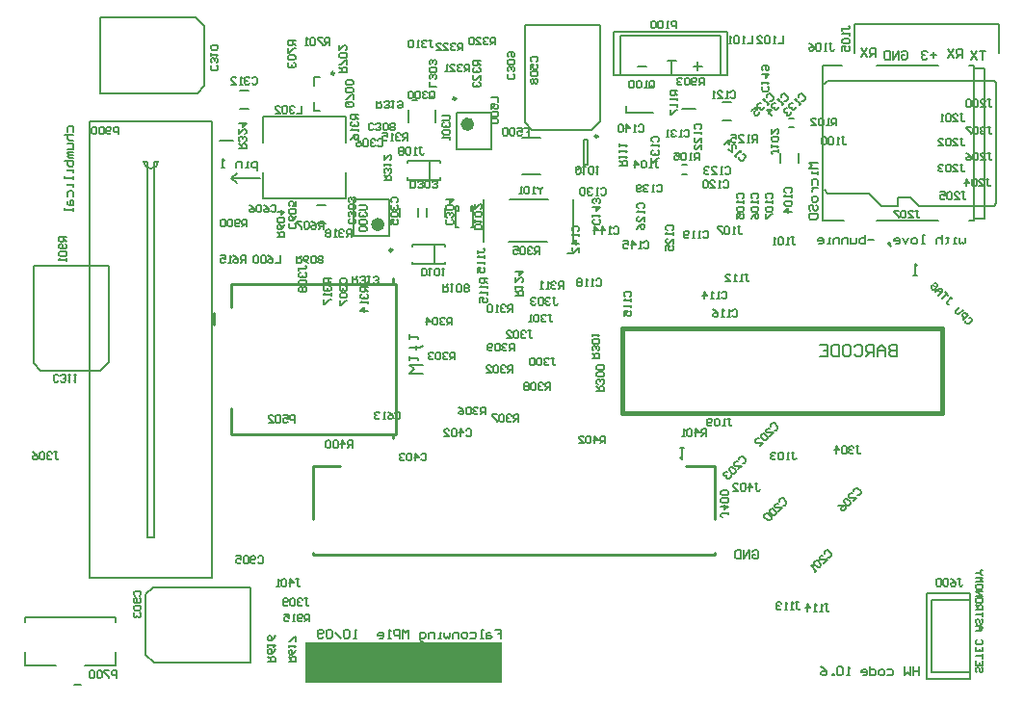
<source format=gbo>
%FSLAX25Y25*%
%MOIN*%
G70*
G01*
G75*
G04 Layer_Color=32896*
%ADD10C,0.00500*%
%ADD11C,0.03000*%
%ADD12C,0.02000*%
%ADD13C,0.01000*%
%ADD14C,0.00800*%
%ADD15C,0.01500*%
%ADD16C,0.00700*%
%ADD17C,0.01200*%
%ADD18C,0.05000*%
%ADD19C,0.02200*%
%ADD20C,0.00600*%
%ADD21C,0.01400*%
%ADD22C,0.01800*%
%ADD23C,0.04000*%
%ADD24C,0.02500*%
%ADD25R,0.02362X0.03150*%
%ADD26R,0.09055X0.09055*%
%ADD27R,0.06299X0.03347*%
%ADD28P,0.05568X4X180.0*%
%ADD29R,0.03937X0.04331*%
%ADD30R,0.03150X0.02362*%
%ADD31R,0.03150X0.02756*%
%ADD32R,0.05118X0.07087*%
%ADD33O,0.06693X0.01378*%
%ADD34R,0.02756X0.03150*%
%ADD35R,0.03937X0.03937*%
%ADD36R,0.10236X0.10236*%
%ADD37O,0.00984X0.03150*%
%ADD38O,0.03150X0.00984*%
%ADD39R,0.09449X0.07874*%
G04:AMPARAMS|DCode=40|XSize=23.62mil|YSize=31.5mil|CornerRadius=0mil|HoleSize=0mil|Usage=FLASHONLY|Rotation=135.000|XOffset=0mil|YOffset=0mil|HoleType=Round|Shape=Rectangle|*
%AMROTATEDRECTD40*
4,1,4,0.01949,0.00278,-0.00278,-0.01949,-0.01949,-0.00278,0.00278,0.01949,0.01949,0.00278,0.0*
%
%ADD40ROTATEDRECTD40*%

G04:AMPARAMS|DCode=41|XSize=23.62mil|YSize=31.5mil|CornerRadius=0mil|HoleSize=0mil|Usage=FLASHONLY|Rotation=225.000|XOffset=0mil|YOffset=0mil|HoleType=Round|Shape=Rectangle|*
%AMROTATEDRECTD41*
4,1,4,-0.00278,0.01949,0.01949,-0.00278,0.00278,-0.01949,-0.01949,0.00278,-0.00278,0.01949,0.0*
%
%ADD41ROTATEDRECTD41*%

%ADD42R,0.05512X0.07284*%
%ADD43R,0.02756X0.01496*%
G04:AMPARAMS|DCode=44|XSize=27.56mil|YSize=31.5mil|CornerRadius=0mil|HoleSize=0mil|Usage=FLASHONLY|Rotation=135.000|XOffset=0mil|YOffset=0mil|HoleType=Round|Shape=Rectangle|*
%AMROTATEDRECTD44*
4,1,4,0.02088,0.00139,-0.00139,-0.02088,-0.02088,-0.00139,0.00139,0.02088,0.02088,0.00139,0.0*
%
%ADD44ROTATEDRECTD44*%

%ADD45C,0.03800*%
G04:AMPARAMS|DCode=46|XSize=15.75mil|YSize=45.28mil|CornerRadius=0mil|HoleSize=0mil|Usage=FLASHONLY|Rotation=225.000|XOffset=0mil|YOffset=0mil|HoleType=Round|Shape=Round|*
%AMOVALD46*
21,1,0.02953,0.01575,0.00000,0.00000,315.0*
1,1,0.01575,-0.01044,0.01044*
1,1,0.01575,0.01044,-0.01044*
%
%ADD46OVALD46*%

G04:AMPARAMS|DCode=47|XSize=27.56mil|YSize=31.5mil|CornerRadius=0mil|HoleSize=0mil|Usage=FLASHONLY|Rotation=225.000|XOffset=0mil|YOffset=0mil|HoleType=Round|Shape=Rectangle|*
%AMROTATEDRECTD47*
4,1,4,-0.00139,0.02088,0.02088,-0.00139,0.00139,-0.02088,-0.02088,0.00139,-0.00139,0.02088,0.0*
%
%ADD47ROTATEDRECTD47*%

%ADD48R,0.01969X0.00984*%
G04:AMPARAMS|DCode=49|XSize=9.84mil|YSize=19.69mil|CornerRadius=0mil|HoleSize=0mil|Usage=FLASHONLY|Rotation=225.000|XOffset=0mil|YOffset=0mil|HoleType=Round|Shape=Rectangle|*
%AMROTATEDRECTD49*
4,1,4,-0.00348,0.01044,0.01044,-0.00348,0.00348,-0.01044,-0.01044,0.00348,-0.00348,0.01044,0.0*
%
%ADD49ROTATEDRECTD49*%

%ADD50R,0.00984X0.01969*%
G04:AMPARAMS|DCode=51|XSize=59.06mil|YSize=51.18mil|CornerRadius=0mil|HoleSize=0mil|Usage=FLASHONLY|Rotation=45.000|XOffset=0mil|YOffset=0mil|HoleType=Round|Shape=Rectangle|*
%AMROTATEDRECTD51*
4,1,4,-0.00278,-0.03897,-0.03897,-0.00278,0.00278,0.03897,0.03897,0.00278,-0.00278,-0.03897,0.0*
%
%ADD51ROTATEDRECTD51*%

%ADD52R,0.03543X0.03937*%
%ADD53R,0.03937X0.03937*%
%ADD54R,0.07087X0.05118*%
%ADD55R,0.05118X0.05906*%
%ADD56R,0.01378X0.02756*%
%ADD57R,0.05118X0.03543*%
%ADD58O,0.02953X0.07087*%
%ADD59R,0.02362X0.07087*%
G04:AMPARAMS|DCode=60|XSize=55.12mil|YSize=59.06mil|CornerRadius=0mil|HoleSize=0mil|Usage=FLASHONLY|Rotation=135.000|XOffset=0mil|YOffset=0mil|HoleType=Round|Shape=Rectangle|*
%AMROTATEDRECTD60*
4,1,4,0.04037,0.00139,-0.00139,-0.04037,-0.04037,-0.00139,0.00139,0.04037,0.04037,0.00139,0.0*
%
%ADD60ROTATEDRECTD60*%

%ADD61R,0.05512X0.04724*%
%ADD62C,0.01496*%
%ADD63R,0.01575X0.01378*%
%ADD64R,0.01378X0.01575*%
%ADD65R,0.04331X0.03937*%
%ADD66R,0.05906X0.05512*%
%ADD67O,0.01181X0.07087*%
%ADD68O,0.07087X0.01181*%
%ADD69R,0.04724X0.07874*%
%ADD70R,0.06299X0.01181*%
%ADD71R,0.03150X0.06299*%
%ADD72R,0.10630X0.05118*%
%ADD73R,0.06299X0.13386*%
%ADD74R,0.04331X0.02559*%
%ADD75R,0.05906X0.05118*%
%ADD76R,0.04724X0.05512*%
%ADD77R,0.05906X0.02362*%
%ADD78R,0.10000X0.05000*%
%ADD79R,0.03347X0.06299*%
%ADD80R,0.11024X0.08661*%
%ADD81R,0.11024X0.11024*%
%ADD82R,0.11024X0.11024*%
%ADD83R,0.10236X0.07874*%
%ADD84R,0.02362X0.03543*%
%ADD85R,0.03543X0.02362*%
%ADD86R,0.04400X0.11300*%
%ADD87R,0.07087X0.18110*%
%ADD88R,0.02165X0.05709*%
%ADD89R,0.10400X0.10600*%
%ADD90R,0.08500X0.10400*%
%ADD91R,0.08800X0.10500*%
%ADD92C,0.03937*%
%ADD93R,0.05906X0.05906*%
%ADD94C,0.05906*%
%ADD95C,0.06000*%
%ADD96C,0.07000*%
%ADD97C,0.07874*%
%ADD98C,0.08661*%
%ADD99C,0.07087*%
%ADD100R,0.05906X0.05906*%
%ADD101C,0.15748*%
%ADD102P,0.08352X4X360.0*%
%ADD103C,0.03150*%
%ADD104C,0.05000*%
%ADD105C,0.06693*%
%ADD106C,0.04724*%
%ADD107C,0.02000*%
%ADD108C,0.03000*%
%ADD109C,0.01800*%
%ADD110C,0.02500*%
%ADD111C,0.02598*%
%ADD112C,0.02300*%
%ADD113C,0.00787*%
%ADD114C,0.04400*%
%ADD115R,0.11600X0.03000*%
%ADD116R,0.02600X0.03000*%
%ADD117C,0.04359*%
%ADD118C,0.05816*%
%ADD119C,0.05343*%
%ADD120C,0.05300*%
%ADD121C,0.10068*%
%ADD122C,0.07706*%
%ADD123C,0.05343*%
%ADD124C,0.06524*%
%ADD125C,0.06800*%
%ADD126C,0.08493*%
%ADD127C,0.06918*%
%ADD128C,0.02800*%
%ADD129C,0.03300*%
%ADD130C,0.02600*%
%ADD131C,0.00400*%
%ADD132R,0.02700X0.03000*%
%ADD133R,0.11500X0.03000*%
%ADD134C,0.03099*%
%ADD135C,0.03099*%
%ADD136C,0.02400*%
%ADD137R,0.06693X0.08661*%
%ADD138R,0.18701X0.05000*%
%ADD139O,0.18701X0.05000*%
G04:AMPARAMS|DCode=140|XSize=59.06mil|YSize=51.18mil|CornerRadius=0mil|HoleSize=0mil|Usage=FLASHONLY|Rotation=315.000|XOffset=0mil|YOffset=0mil|HoleType=Round|Shape=Rectangle|*
%AMROTATEDRECTD140*
4,1,4,-0.03897,0.00278,-0.00278,0.03897,0.03897,-0.00278,0.00278,-0.03897,-0.03897,0.00278,0.0*
%
%ADD140ROTATEDRECTD140*%

%ADD141R,0.07874X0.05709*%
%ADD142R,0.05906X0.03150*%
%ADD143R,0.01654X0.01654*%
%ADD144R,0.03937X0.03150*%
%ADD145R,0.05118X0.07480*%
%ADD146R,0.18110X0.07087*%
%ADD147R,0.11300X0.04400*%
%ADD148O,0.01378X0.06693*%
%ADD149R,0.01575X0.01969*%
%ADD150R,0.03347X0.01575*%
%ADD151R,0.06299X0.03150*%
%ADD152R,0.01181X0.05118*%
%ADD153R,0.07087X0.08661*%
%ADD154R,0.07087X0.07874*%
%ADD155R,0.06299X0.11811*%
%ADD156R,0.11811X0.06299*%
%ADD157R,0.01969X0.09843*%
%ADD158R,0.06693X0.07874*%
%ADD159R,0.23700X0.08500*%
%ADD160R,0.52500X0.10600*%
%ADD161O,0.03937X0.09843*%
%ADD162R,0.03937X0.09843*%
%ADD163C,0.00984*%
%ADD164C,0.02362*%
%ADD165C,0.00394*%
%ADD166R,0.07874X0.04724*%
%ADD167R,0.08500X0.24000*%
%ADD168R,0.07500X0.28000*%
%ADD169R,0.07500X0.25200*%
%ADD170R,0.04921X0.01181*%
%ADD171R,0.04921X0.01378*%
%ADD172R,0.01378X0.01181*%
%ADD173R,0.01181X0.01378*%
%ADD174R,0.02264X0.03445*%
%ADD175R,0.03445X0.02264*%
%ADD176R,0.15200X0.14100*%
%ADD177R,0.09000X0.09500*%
%ADD178R,0.17795X0.13307*%
%ADD179R,0.09000X0.75100*%
%ADD180R,0.13200X0.15300*%
%ADD181R,0.10100X1.05300*%
%ADD182R,0.10100X0.23300*%
%ADD183R,0.12300X0.11600*%
%ADD184R,0.57800X0.07000*%
%ADD185R,0.49200X0.07000*%
%ADD186R,0.07000X0.79000*%
%ADD187R,0.18898X0.39764*%
%ADD188R,0.16929X0.26772*%
%ADD189R,0.02992X0.03780*%
%ADD190R,0.09685X0.09685*%
%ADD191R,0.06929X0.03976*%
%ADD192P,0.06459X4X180.0*%
%ADD193R,0.04567X0.04961*%
%ADD194R,0.03780X0.02992*%
%ADD195R,0.03780X0.03386*%
%ADD196R,0.05748X0.07717*%
%ADD197O,0.07323X0.02008*%
%ADD198R,0.03386X0.03780*%
%ADD199R,0.04567X0.04567*%
%ADD200R,0.10866X0.10866*%
%ADD201O,0.01614X0.03780*%
%ADD202O,0.03780X0.01614*%
%ADD203R,0.10079X0.08504*%
G04:AMPARAMS|DCode=204|XSize=29.92mil|YSize=37.8mil|CornerRadius=0mil|HoleSize=0mil|Usage=FLASHONLY|Rotation=135.000|XOffset=0mil|YOffset=0mil|HoleType=Round|Shape=Rectangle|*
%AMROTATEDRECTD204*
4,1,4,0.02394,0.00278,-0.00278,-0.02394,-0.02394,-0.00278,0.00278,0.02394,0.02394,0.00278,0.0*
%
%ADD204ROTATEDRECTD204*%

G04:AMPARAMS|DCode=205|XSize=29.92mil|YSize=37.8mil|CornerRadius=0mil|HoleSize=0mil|Usage=FLASHONLY|Rotation=225.000|XOffset=0mil|YOffset=0mil|HoleType=Round|Shape=Rectangle|*
%AMROTATEDRECTD205*
4,1,4,-0.00278,0.02394,0.02394,-0.00278,0.00278,-0.02394,-0.02394,0.00278,-0.00278,0.02394,0.0*
%
%ADD205ROTATEDRECTD205*%

%ADD206R,0.05669X0.07441*%
%ADD207R,0.03347X0.02087*%
G04:AMPARAMS|DCode=208|XSize=33.86mil|YSize=37.8mil|CornerRadius=0mil|HoleSize=0mil|Usage=FLASHONLY|Rotation=135.000|XOffset=0mil|YOffset=0mil|HoleType=Round|Shape=Rectangle|*
%AMROTATEDRECTD208*
4,1,4,0.02533,0.00139,-0.00139,-0.02533,-0.02533,-0.00139,0.00139,0.02533,0.02533,0.00139,0.0*
%
%ADD208ROTATEDRECTD208*%

%ADD209C,0.04430*%
G04:AMPARAMS|DCode=210|XSize=22.05mil|YSize=51.58mil|CornerRadius=0mil|HoleSize=0mil|Usage=FLASHONLY|Rotation=225.000|XOffset=0mil|YOffset=0mil|HoleType=Round|Shape=Round|*
%AMOVALD210*
21,1,0.02953,0.02205,0.00000,0.00000,315.0*
1,1,0.02205,-0.01044,0.01044*
1,1,0.02205,0.01044,-0.01044*
%
%ADD210OVALD210*%

G04:AMPARAMS|DCode=211|XSize=33.86mil|YSize=37.8mil|CornerRadius=0mil|HoleSize=0mil|Usage=FLASHONLY|Rotation=225.000|XOffset=0mil|YOffset=0mil|HoleType=Round|Shape=Rectangle|*
%AMROTATEDRECTD211*
4,1,4,-0.00139,0.02533,0.02533,-0.00139,0.00139,-0.02533,-0.02533,0.00139,-0.00139,0.02533,0.0*
%
%ADD211ROTATEDRECTD211*%

%ADD212R,0.02598X0.01614*%
G04:AMPARAMS|DCode=213|XSize=16.14mil|YSize=25.98mil|CornerRadius=0mil|HoleSize=0mil|Usage=FLASHONLY|Rotation=225.000|XOffset=0mil|YOffset=0mil|HoleType=Round|Shape=Rectangle|*
%AMROTATEDRECTD213*
4,1,4,-0.00348,0.01489,0.01489,-0.00348,0.00348,-0.01489,-0.01489,0.00348,-0.00348,0.01489,0.0*
%
%ADD213ROTATEDRECTD213*%

%ADD214R,0.01614X0.02598*%
G04:AMPARAMS|DCode=215|XSize=65.35mil|YSize=57.48mil|CornerRadius=0mil|HoleSize=0mil|Usage=FLASHONLY|Rotation=45.000|XOffset=0mil|YOffset=0mil|HoleType=Round|Shape=Rectangle|*
%AMROTATEDRECTD215*
4,1,4,-0.00278,-0.04343,-0.04343,-0.00278,0.00278,0.04343,0.04343,0.00278,-0.00278,-0.04343,0.0*
%
%ADD215ROTATEDRECTD215*%

%ADD216R,0.04173X0.04567*%
%ADD217R,0.04567X0.04567*%
%ADD218R,0.07717X0.05748*%
%ADD219R,0.05748X0.06535*%
%ADD220R,0.02008X0.03386*%
%ADD221R,0.05748X0.04173*%
%ADD222O,0.03583X0.07717*%
%ADD223R,0.02992X0.07717*%
G04:AMPARAMS|DCode=224|XSize=61.42mil|YSize=65.35mil|CornerRadius=0mil|HoleSize=0mil|Usage=FLASHONLY|Rotation=135.000|XOffset=0mil|YOffset=0mil|HoleType=Round|Shape=Rectangle|*
%AMROTATEDRECTD224*
4,1,4,0.04482,0.00139,-0.00139,-0.04482,-0.04482,-0.00139,0.00139,0.04482,0.04482,0.00139,0.0*
%
%ADD224ROTATEDRECTD224*%

%ADD225R,0.06142X0.05354*%
%ADD226C,0.02087*%
%ADD227R,0.02126X0.01929*%
%ADD228R,0.01929X0.02126*%
%ADD229R,0.04961X0.04567*%
%ADD230R,0.06535X0.06142*%
%ADD231O,0.01811X0.07717*%
%ADD232O,0.07717X0.01811*%
%ADD233R,0.05354X0.08504*%
%ADD234R,0.06929X0.01811*%
%ADD235R,0.03780X0.06929*%
%ADD236R,0.11260X0.05748*%
%ADD237R,0.06929X0.14016*%
%ADD238R,0.04961X0.03189*%
%ADD239R,0.06535X0.05748*%
%ADD240R,0.05354X0.06142*%
%ADD241R,0.06535X0.02992*%
%ADD242R,0.10630X0.05630*%
%ADD243R,0.03976X0.06929*%
%ADD244R,0.11654X0.09291*%
%ADD245R,0.11654X0.11654*%
%ADD246R,0.11654X0.11654*%
%ADD247R,0.10630X0.08268*%
%ADD248R,0.02756X0.03937*%
%ADD249R,0.03937X0.02756*%
%ADD250R,0.05030X0.11930*%
%ADD251R,0.07717X0.18740*%
%ADD252R,0.02795X0.06339*%
%ADD253C,0.04488*%
%ADD254R,0.04488X0.04488*%
%ADD255R,0.06457X0.06457*%
%ADD256C,0.06457*%
%ADD257C,0.06630*%
%ADD258C,0.07630*%
%ADD259C,0.08425*%
%ADD260C,0.09291*%
%ADD261C,0.07717*%
%ADD262R,0.06535X0.06535*%
%ADD263C,0.06535*%
%ADD264C,0.04567*%
%ADD265C,0.16378*%
%ADD266P,0.09242X4X360.0*%
%ADD267C,0.03780*%
%ADD268C,0.05591*%
%ADD269C,0.07323*%
%ADD270C,0.05118*%
%ADD271C,0.03228*%
%ADD272C,0.01600*%
%ADD273C,0.02100*%
%ADD274R,0.17400X0.14500*%
%ADD275R,0.19095X0.14961*%
%ADD276R,0.07500X1.10500*%
%ADD277R,1.47500X0.04900*%
%ADD278R,0.44200X0.06800*%
%ADD279R,0.16200X0.15300*%
%ADD280R,0.08900X1.28000*%
%ADD281R,0.14400X0.12600*%
%ADD282R,0.83200X0.06800*%
%ADD283R,0.18504X0.24016*%
%ADD284R,0.21260X0.50713*%
%ADD285R,0.07244X0.09213*%
%ADD286R,0.19331X0.05630*%
%ADD287O,0.19331X0.05630*%
G04:AMPARAMS|DCode=288|XSize=65.35mil|YSize=57.48mil|CornerRadius=0mil|HoleSize=0mil|Usage=FLASHONLY|Rotation=315.000|XOffset=0mil|YOffset=0mil|HoleType=Round|Shape=Rectangle|*
%AMROTATEDRECTD288*
4,1,4,-0.04343,0.00278,-0.00278,0.04343,0.04343,-0.00278,0.00278,-0.04343,-0.04343,0.00278,0.0*
%
%ADD288ROTATEDRECTD288*%

%ADD289R,0.08425X0.06260*%
%ADD290R,0.06457X0.03701*%
%ADD291R,0.02205X0.02205*%
%ADD292R,0.04488X0.03701*%
%ADD293R,0.05709X0.08071*%
%ADD294R,0.18740X0.07717*%
%ADD295R,0.11930X0.05030*%
%ADD296O,0.02008X0.07323*%
%ADD297R,0.02126X0.02520*%
%ADD298R,0.03976X0.02205*%
%ADD299R,0.06929X0.03780*%
%ADD300R,0.00984X0.04921*%
%ADD301R,0.07717X0.09291*%
%ADD302R,0.07717X0.08504*%
%ADD303R,0.06929X0.12441*%
%ADD304R,0.12441X0.06929*%
%ADD305R,0.02520X0.10394*%
%ADD306R,0.07244X0.08425*%
%ADD307O,0.04488X0.10394*%
%ADD308R,0.04488X0.10394*%
%ADD309C,0.02400*%
%ADD310R,0.07000X0.27500*%
%ADD311R,0.07500X0.24600*%
%ADD312R,0.06000X0.24000*%
%ADD313C,0.01575*%
%ADD314R,0.68100X0.13900*%
D10*
X254400Y194700D02*
Y197199D01*
X253150D01*
X252734Y196783D01*
Y195950D01*
X253150Y195533D01*
X254400D01*
X253567D02*
X252734Y194700D01*
X251901D02*
X251068D01*
X251484D01*
Y197199D01*
X251901Y196783D01*
X248152Y194700D02*
X249818D01*
X248152Y196366D01*
Y196783D01*
X248569Y197199D01*
X249402D01*
X249818Y196783D01*
X245653Y197199D02*
X247319D01*
Y195950D01*
X246486Y196366D01*
X246069D01*
X245653Y195950D01*
Y195116D01*
X246069Y194700D01*
X246902D01*
X247319Y195116D01*
X253834Y76599D02*
X254667D01*
X254250D01*
Y74516D01*
X254667Y74100D01*
X255083D01*
X255500Y74516D01*
X251751Y74100D02*
Y76599D01*
X253001Y75350D01*
X251335D01*
X250502Y76183D02*
X250085Y76599D01*
X249252D01*
X248835Y76183D01*
Y74516D01*
X249252Y74100D01*
X250085D01*
X250502Y74516D01*
Y76183D01*
X246336Y74100D02*
X248002D01*
X246336Y75766D01*
Y76183D01*
X246753Y76599D01*
X247586D01*
X248002Y76183D01*
X141034Y230099D02*
X141867D01*
X141450D01*
Y228016D01*
X141867Y227600D01*
X142283D01*
X142700Y228016D01*
X140201Y229683D02*
X139784Y230099D01*
X138951D01*
X138535Y229683D01*
Y229266D01*
X138951Y228850D01*
X139368D01*
X138951D01*
X138535Y228433D01*
Y228016D01*
X138951Y227600D01*
X139784D01*
X140201Y228016D01*
X137702Y227600D02*
X136869D01*
X137285D01*
Y230099D01*
X137702Y229683D01*
X135619D02*
X135202Y230099D01*
X134369D01*
X133953Y229683D01*
Y228016D01*
X134369Y227600D01*
X135202D01*
X135619Y228016D01*
Y229683D01*
X98034Y36799D02*
X98867D01*
X98450D01*
Y34716D01*
X98867Y34300D01*
X99283D01*
X99700Y34716D01*
X97201Y36383D02*
X96784Y36799D01*
X95951D01*
X95535Y36383D01*
Y35966D01*
X95951Y35550D01*
X96368D01*
X95951D01*
X95535Y35133D01*
Y34716D01*
X95951Y34300D01*
X96784D01*
X97201Y34716D01*
X94702Y36383D02*
X94285Y36799D01*
X93452D01*
X93036Y36383D01*
Y34716D01*
X93452Y34300D01*
X94285D01*
X94702Y34716D01*
Y36383D01*
X92202Y34716D02*
X91786Y34300D01*
X90953D01*
X90536Y34716D01*
Y36383D01*
X90953Y36799D01*
X91786D01*
X92202Y36383D01*
Y35966D01*
X91786Y35550D01*
X90536D01*
X96001Y150434D02*
Y151267D01*
Y150850D01*
X98084D01*
X98500Y151267D01*
Y151683D01*
X98084Y152100D01*
X96417Y149601D02*
X96001Y149184D01*
Y148351D01*
X96417Y147935D01*
X96834D01*
X97250Y148351D01*
Y148768D01*
Y148351D01*
X97667Y147935D01*
X98084D01*
X98500Y148351D01*
Y149184D01*
X98084Y149601D01*
X96417Y147102D02*
X96001Y146685D01*
Y145852D01*
X96417Y145436D01*
X98084D01*
X98500Y145852D01*
Y146685D01*
X98084Y147102D01*
X96417D01*
Y144602D02*
X96001Y144186D01*
Y143353D01*
X96417Y142936D01*
X96834D01*
X97250Y143353D01*
X97667Y142936D01*
X98084D01*
X98500Y143353D01*
Y144186D01*
X98084Y144602D01*
X97667D01*
X97250Y144186D01*
X96834Y144602D01*
X96417D01*
X97250Y144186D02*
Y143353D01*
X99700Y28800D02*
Y31299D01*
X98450D01*
X98034Y30883D01*
Y30050D01*
X98450Y29633D01*
X99700D01*
X98867D02*
X98034Y28800D01*
X97201Y29217D02*
X96784Y28800D01*
X95951D01*
X95535Y29217D01*
Y30883D01*
X95951Y31299D01*
X96784D01*
X97201Y30883D01*
Y30466D01*
X96784Y30050D01*
X95535D01*
X94702Y28800D02*
X93869D01*
X94285D01*
Y31299D01*
X94702Y30883D01*
X90953Y31299D02*
X92619D01*
Y30050D01*
X91786Y30466D01*
X91369D01*
X90953Y30050D01*
Y29217D01*
X91369Y28800D01*
X92202D01*
X92619Y29217D01*
X171000Y141600D02*
X173499D01*
Y142850D01*
X173083Y143266D01*
X172250D01*
X171833Y142850D01*
Y141600D01*
Y142433D02*
X171000Y143266D01*
Y144099D02*
Y144932D01*
Y144516D01*
X173499D01*
X173083Y144099D01*
X171000Y147848D02*
Y146182D01*
X172666Y147848D01*
X173083D01*
X173499Y147431D01*
Y146598D01*
X173083Y146182D01*
X171000Y149931D02*
X173499D01*
X172250Y148681D01*
Y150347D01*
X161200Y147500D02*
X158701D01*
Y146250D01*
X159117Y145834D01*
X159950D01*
X160367Y146250D01*
Y147500D01*
Y146667D02*
X161200Y145834D01*
Y145001D02*
Y144168D01*
Y144584D01*
X158701D01*
X159117Y145001D01*
X161200Y142918D02*
Y142085D01*
Y142502D01*
X158701D01*
X159117Y142918D01*
X158701Y139169D02*
Y140835D01*
X159950D01*
X159534Y140002D01*
Y139586D01*
X159950Y139169D01*
X160784D01*
X161200Y139586D01*
Y140419D01*
X160784Y140835D01*
X263400Y231499D02*
Y229000D01*
X261734D01*
X260901D02*
X260068D01*
X260484D01*
Y231499D01*
X260901Y231083D01*
X258818D02*
X258402Y231499D01*
X257569D01*
X257152Y231083D01*
Y229416D01*
X257569Y229000D01*
X258402D01*
X258818Y229416D01*
Y231083D01*
X254653Y229000D02*
X256319D01*
X254653Y230666D01*
Y231083D01*
X255069Y231499D01*
X255902D01*
X256319Y231083D01*
X258283Y214066D02*
X258699Y213650D01*
Y212817D01*
X258283Y212400D01*
X256616D01*
X256200Y212817D01*
Y213650D01*
X256616Y214066D01*
X256200Y214899D02*
Y215732D01*
Y215316D01*
X258699D01*
X258283Y214899D01*
X256200Y218231D02*
X258699D01*
X257450Y216982D01*
Y218648D01*
X256616Y219481D02*
X256200Y219898D01*
Y220731D01*
X256616Y221147D01*
X258283D01*
X258699Y220731D01*
Y219898D01*
X258283Y219481D01*
X257866D01*
X257450Y219898D01*
Y221147D01*
X75300Y192500D02*
X77799D01*
Y193750D01*
X77383Y194166D01*
X76550D01*
X76133Y193750D01*
Y192500D01*
Y193333D02*
X75300Y194166D01*
X77383Y194999D02*
X77799Y195416D01*
Y196249D01*
X77383Y196665D01*
X76966D01*
X76550Y196249D01*
Y195832D01*
Y196249D01*
X76133Y196665D01*
X75717D01*
X75300Y196249D01*
Y195416D01*
X75717Y194999D01*
X75300Y199164D02*
Y197498D01*
X76966Y199164D01*
X77383D01*
X77799Y198748D01*
Y197915D01*
X77383Y197498D01*
X75300Y201247D02*
X77799D01*
X76550Y199998D01*
Y201664D01*
X79734Y216783D02*
X80150Y217199D01*
X80984D01*
X81400Y216783D01*
Y215117D01*
X80984Y214700D01*
X80150D01*
X79734Y215117D01*
X78901Y216783D02*
X78484Y217199D01*
X77651D01*
X77235Y216783D01*
Y216366D01*
X77651Y215950D01*
X78068D01*
X77651D01*
X77235Y215533D01*
Y215117D01*
X77651Y214700D01*
X78484D01*
X78901Y215117D01*
X76402Y214700D02*
X75569D01*
X75985D01*
Y217199D01*
X76402Y216783D01*
X72653Y214700D02*
X74319D01*
X72653Y216366D01*
Y216783D01*
X73069Y217199D01*
X73902D01*
X74319Y216783D01*
X12766Y112117D02*
X12350Y111701D01*
X11517D01*
X11100Y112117D01*
Y113784D01*
X11517Y114200D01*
X12350D01*
X12766Y113784D01*
X13599Y112117D02*
X14016Y111701D01*
X14849D01*
X15265Y112117D01*
Y112534D01*
X14849Y112950D01*
X14432D01*
X14849D01*
X15265Y113367D01*
Y113784D01*
X14849Y114200D01*
X14016D01*
X13599Y113784D01*
X16098Y114200D02*
X16931D01*
X16515D01*
Y111701D01*
X16098Y112117D01*
X18181Y114200D02*
X19014D01*
X18598D01*
Y111701D01*
X18181Y112117D01*
X226500Y234200D02*
Y236699D01*
X225250D01*
X224834Y236283D01*
Y235450D01*
X225250Y235033D01*
X226500D01*
X224001Y234200D02*
X223168D01*
X223584D01*
Y236699D01*
X224001Y236283D01*
X221918D02*
X221502Y236699D01*
X220669D01*
X220252Y236283D01*
Y234616D01*
X220669Y234200D01*
X221502D01*
X221918Y234616D01*
Y236283D01*
X219419D02*
X219002Y236699D01*
X218169D01*
X217753Y236283D01*
Y234616D01*
X218169Y234200D01*
X219002D01*
X219419Y234616D01*
Y236283D01*
X145701Y204100D02*
X147784D01*
X148200Y203683D01*
Y202850D01*
X147784Y202434D01*
X145701D01*
X146117Y201601D02*
X145701Y201184D01*
Y200351D01*
X146117Y199935D01*
X146534D01*
X146950Y200351D01*
Y200768D01*
Y200351D01*
X147367Y199935D01*
X147784D01*
X148200Y200351D01*
Y201184D01*
X147784Y201601D01*
X146117Y199102D02*
X145701Y198685D01*
Y197852D01*
X146117Y197435D01*
X147784D01*
X148200Y197852D01*
Y198685D01*
X147784Y199102D01*
X146117D01*
X148200Y196602D02*
Y195769D01*
Y196186D01*
X145701D01*
X146117Y196602D01*
X158800Y223000D02*
X156301D01*
Y221750D01*
X156717Y221334D01*
X157550D01*
X157967Y221750D01*
Y223000D01*
Y222167D02*
X158800Y221334D01*
X156717Y220501D02*
X156301Y220084D01*
Y219251D01*
X156717Y218835D01*
X157134D01*
X157550Y219251D01*
Y219668D01*
Y219251D01*
X157967Y218835D01*
X158384D01*
X158800Y219251D01*
Y220084D01*
X158384Y220501D01*
X158800Y216336D02*
Y218002D01*
X157134Y216336D01*
X156717D01*
X156301Y216752D01*
Y217585D01*
X156717Y218002D01*
Y215502D02*
X156301Y215086D01*
Y214253D01*
X156717Y213836D01*
X157134D01*
X157550Y214253D01*
Y214669D01*
Y214253D01*
X157967Y213836D01*
X158384D01*
X158800Y214253D01*
Y215086D01*
X158384Y215502D01*
X155000Y219200D02*
Y221699D01*
X153750D01*
X153334Y221283D01*
Y220450D01*
X153750Y220033D01*
X155000D01*
X154167D02*
X153334Y219200D01*
X152501Y221283D02*
X152084Y221699D01*
X151251D01*
X150835Y221283D01*
Y220866D01*
X151251Y220450D01*
X151668D01*
X151251D01*
X150835Y220033D01*
Y219617D01*
X151251Y219200D01*
X152084D01*
X152501Y219617D01*
X148336Y219200D02*
X150002D01*
X148336Y220866D01*
Y221283D01*
X148752Y221699D01*
X149585D01*
X150002Y221283D01*
X147502Y219200D02*
X146669D01*
X147086D01*
Y221699D01*
X147502Y221283D01*
X164000Y228500D02*
Y230999D01*
X162750D01*
X162334Y230583D01*
Y229750D01*
X162750Y229333D01*
X164000D01*
X163167D02*
X162334Y228500D01*
X161501Y230583D02*
X161084Y230999D01*
X160251D01*
X159835Y230583D01*
Y230166D01*
X160251Y229750D01*
X160668D01*
X160251D01*
X159835Y229333D01*
Y228917D01*
X160251Y228500D01*
X161084D01*
X161501Y228917D01*
X157335Y228500D02*
X159002D01*
X157335Y230166D01*
Y230583D01*
X157752Y230999D01*
X158585D01*
X159002Y230583D01*
X156502D02*
X156086Y230999D01*
X155253D01*
X154836Y230583D01*
Y228917D01*
X155253Y228500D01*
X156086D01*
X156502Y228917D01*
Y230583D01*
X123000Y209000D02*
Y206501D01*
X124250D01*
X124666Y206917D01*
Y207750D01*
X124250Y208167D01*
X123000D01*
X123833D02*
X124666Y209000D01*
X125499Y206917D02*
X125916Y206501D01*
X126749D01*
X127165Y206917D01*
Y207334D01*
X126749Y207750D01*
X126332D01*
X126749D01*
X127165Y208167D01*
Y208583D01*
X126749Y209000D01*
X125916D01*
X125499Y208583D01*
X127998Y209000D02*
X128831D01*
X128415D01*
Y206501D01*
X127998Y206917D01*
X130081Y208583D02*
X130498Y209000D01*
X131331D01*
X131747Y208583D01*
Y206917D01*
X131331Y206501D01*
X130498D01*
X130081Y206917D01*
Y207334D01*
X130498Y207750D01*
X131747D01*
X170283Y218366D02*
X170699Y217950D01*
Y217116D01*
X170283Y216700D01*
X168616D01*
X168200Y217116D01*
Y217950D01*
X168616Y218366D01*
X170283Y219199D02*
X170699Y219616D01*
Y220449D01*
X170283Y220865D01*
X169866D01*
X169450Y220449D01*
Y220032D01*
Y220449D01*
X169033Y220865D01*
X168616D01*
X168200Y220449D01*
Y219616D01*
X168616Y219199D01*
X170283Y221698D02*
X170699Y222115D01*
Y222948D01*
X170283Y223364D01*
X168616D01*
X168200Y222948D01*
Y222115D01*
X168616Y221698D01*
X170283D01*
X168616Y224198D02*
X168200Y224614D01*
Y225447D01*
X168616Y225864D01*
X170283D01*
X170699Y225447D01*
Y224614D01*
X170283Y224198D01*
X169866D01*
X169450Y224614D01*
Y225864D01*
X121766Y199217D02*
X121350Y198801D01*
X120517D01*
X120100Y199217D01*
Y200884D01*
X120517Y201300D01*
X121350D01*
X121766Y200884D01*
X122599Y199217D02*
X123016Y198801D01*
X123849D01*
X124265Y199217D01*
Y199634D01*
X123849Y200050D01*
X123432D01*
X123849D01*
X124265Y200467D01*
Y200884D01*
X123849Y201300D01*
X123016D01*
X122599Y200884D01*
X125098Y199217D02*
X125515Y198801D01*
X126348D01*
X126765Y199217D01*
Y200884D01*
X126348Y201300D01*
X125515D01*
X125098Y200884D01*
Y199217D01*
X127598D02*
X128014Y198801D01*
X128847D01*
X129264Y199217D01*
Y199634D01*
X128847Y200050D01*
X129264Y200467D01*
Y200884D01*
X128847Y201300D01*
X128014D01*
X127598Y200884D01*
Y200467D01*
X128014Y200050D01*
X127598Y199634D01*
Y199217D01*
X128014Y200050D02*
X128847D01*
X200403Y178522D02*
X200820Y178939D01*
X201653D01*
X202069Y178522D01*
Y176856D01*
X201653Y176440D01*
X200820D01*
X200403Y176856D01*
X199570Y176440D02*
X198737D01*
X199154D01*
Y178939D01*
X199570Y178522D01*
X197487D02*
X197071Y178939D01*
X196238D01*
X195821Y178522D01*
Y178106D01*
X196238Y177689D01*
X196654D01*
X196238D01*
X195821Y177273D01*
Y176856D01*
X196238Y176440D01*
X197071D01*
X197487Y176856D01*
X194988Y178522D02*
X194572Y178939D01*
X193739D01*
X193322Y178522D01*
Y176856D01*
X193739Y176440D01*
X194572D01*
X194988Y176856D01*
Y178522D01*
X213534Y200383D02*
X213950Y200799D01*
X214784D01*
X215200Y200383D01*
Y198716D01*
X214784Y198300D01*
X213950D01*
X213534Y198716D01*
X212701Y198300D02*
X211868D01*
X212284D01*
Y200799D01*
X212701Y200383D01*
X209369Y198300D02*
Y200799D01*
X210618Y199550D01*
X208952D01*
X208119Y200383D02*
X207702Y200799D01*
X206869D01*
X206453Y200383D01*
Y198716D01*
X206869Y198300D01*
X207702D01*
X208119Y198716D01*
Y200383D01*
X115183Y168166D02*
X115599Y167750D01*
Y166917D01*
X115183Y166500D01*
X113516D01*
X113100Y166917D01*
Y167750D01*
X113516Y168166D01*
X115183Y168999D02*
X115599Y169416D01*
Y170249D01*
X115183Y170665D01*
X114766D01*
X114350Y170249D01*
Y169832D01*
Y170249D01*
X113933Y170665D01*
X113516D01*
X113100Y170249D01*
Y169416D01*
X113516Y168999D01*
X115183Y171498D02*
X115599Y171915D01*
Y172748D01*
X115183Y173164D01*
X113516D01*
X113100Y172748D01*
Y171915D01*
X113516Y171498D01*
X115183D01*
Y173998D02*
X115599Y174414D01*
Y175247D01*
X115183Y175664D01*
X114766D01*
X114350Y175247D01*
Y174831D01*
Y175247D01*
X113933Y175664D01*
X113516D01*
X113100Y175247D01*
Y174414D01*
X113516Y173998D01*
X148991Y167905D02*
X149407Y167488D01*
Y166655D01*
X148991Y166239D01*
X147324D01*
X146908Y166655D01*
Y167488D01*
X147324Y167905D01*
X148991Y168738D02*
X149407Y169154D01*
Y169987D01*
X148991Y170404D01*
X148574D01*
X148158Y169987D01*
Y169571D01*
Y169987D01*
X147741Y170404D01*
X147324D01*
X146908Y169987D01*
Y169154D01*
X147324Y168738D01*
X148991Y171237D02*
X149407Y171653D01*
Y172487D01*
X148991Y172903D01*
X147324D01*
X146908Y172487D01*
Y171653D01*
X147324Y171237D01*
X148991D01*
X146908Y174986D02*
X149407D01*
X148158Y173736D01*
Y175402D01*
X128217Y173834D02*
X127801Y174250D01*
Y175083D01*
X128217Y175500D01*
X129884D01*
X130300Y175083D01*
Y174250D01*
X129884Y173834D01*
X128217Y173001D02*
X127801Y172584D01*
Y171751D01*
X128217Y171335D01*
X128634D01*
X129050Y171751D01*
Y172168D01*
Y171751D01*
X129467Y171335D01*
X129884D01*
X130300Y171751D01*
Y172584D01*
X129884Y173001D01*
X128217Y170502D02*
X127801Y170085D01*
Y169252D01*
X128217Y168835D01*
X129884D01*
X130300Y169252D01*
Y170085D01*
X129884Y170502D01*
X128217D01*
X127801Y166336D02*
Y168002D01*
X129050D01*
X128634Y167169D01*
Y166753D01*
X129050Y166336D01*
X129884D01*
X130300Y166753D01*
Y167586D01*
X129884Y168002D01*
X123234Y195383D02*
X123650Y195799D01*
X124484D01*
X124900Y195383D01*
Y193717D01*
X124484Y193300D01*
X123650D01*
X123234Y193717D01*
X122401Y195383D02*
X121984Y195799D01*
X121151D01*
X120735Y195383D01*
Y194966D01*
X121151Y194550D01*
X121568D01*
X121151D01*
X120735Y194133D01*
Y193717D01*
X121151Y193300D01*
X121984D01*
X122401Y193717D01*
X119902Y195383D02*
X119485Y195799D01*
X118652D01*
X118236Y195383D01*
Y193717D01*
X118652Y193300D01*
X119485D01*
X119902Y193717D01*
Y195383D01*
X115736Y195799D02*
X116569Y195383D01*
X117402Y194550D01*
Y193717D01*
X116986Y193300D01*
X116153D01*
X115736Y193717D01*
Y194133D01*
X116153Y194550D01*
X117402D01*
X110517Y145834D02*
X110101Y146250D01*
Y147083D01*
X110517Y147500D01*
X112183D01*
X112600Y147083D01*
Y146250D01*
X112183Y145834D01*
X110517Y145001D02*
X110101Y144584D01*
Y143751D01*
X110517Y143335D01*
X110934D01*
X111350Y143751D01*
Y144168D01*
Y143751D01*
X111767Y143335D01*
X112183D01*
X112600Y143751D01*
Y144584D01*
X112183Y145001D01*
X110517Y142502D02*
X110101Y142085D01*
Y141252D01*
X110517Y140835D01*
X112183D01*
X112600Y141252D01*
Y142085D01*
X112183Y142502D01*
X110517D01*
X110101Y140002D02*
Y138336D01*
X110517D01*
X112183Y140002D01*
X112600D01*
X134700Y178901D02*
Y181400D01*
X135950D01*
X136366Y180983D01*
Y179317D01*
X135950Y178901D01*
X134700D01*
X137199Y179317D02*
X137616Y178901D01*
X138449D01*
X138865Y179317D01*
Y179734D01*
X138449Y180150D01*
X138032D01*
X138449D01*
X138865Y180567D01*
Y180983D01*
X138449Y181400D01*
X137616D01*
X137199Y180983D01*
X139698Y179317D02*
X140115Y178901D01*
X140948D01*
X141365Y179317D01*
Y180983D01*
X140948Y181400D01*
X140115D01*
X139698Y180983D01*
Y179317D01*
X142198D02*
X142614Y178901D01*
X143447D01*
X143864Y179317D01*
Y179734D01*
X143447Y180150D01*
X143031D01*
X143447D01*
X143864Y180567D01*
Y180983D01*
X143447Y181400D01*
X142614D01*
X142198Y180983D01*
X96900Y207199D02*
Y204700D01*
X95234D01*
X94401Y206783D02*
X93984Y207199D01*
X93151D01*
X92735Y206783D01*
Y206366D01*
X93151Y205950D01*
X93568D01*
X93151D01*
X92735Y205533D01*
Y205117D01*
X93151Y204700D01*
X93984D01*
X94401Y205117D01*
X91902Y206783D02*
X91485Y207199D01*
X90652D01*
X90236Y206783D01*
Y205117D01*
X90652Y204700D01*
X91485D01*
X91902Y205117D01*
Y206783D01*
X87736Y204700D02*
X89402D01*
X87736Y206366D01*
Y206783D01*
X88153Y207199D01*
X88986D01*
X89402Y206783D01*
X143599Y214000D02*
X141100D01*
Y215666D01*
X143183Y216499D02*
X143599Y216916D01*
Y217749D01*
X143183Y218165D01*
X142766D01*
X142350Y217749D01*
Y217332D01*
Y217749D01*
X141933Y218165D01*
X141516D01*
X141100Y217749D01*
Y216916D01*
X141516Y216499D01*
X143183Y218998D02*
X143599Y219415D01*
Y220248D01*
X143183Y220665D01*
X141516D01*
X141100Y220248D01*
Y219415D01*
X141516Y218998D01*
X143183D01*
Y221498D02*
X143599Y221914D01*
Y222747D01*
X143183Y223164D01*
X142766D01*
X142350Y222747D01*
Y222331D01*
Y222747D01*
X141933Y223164D01*
X141516D01*
X141100Y222747D01*
Y221914D01*
X141516Y221498D01*
X193466Y185784D02*
Y184117D01*
X193050Y183701D01*
X192217D01*
X191800Y184117D01*
Y185784D01*
X192217Y186200D01*
X193050D01*
X192633Y185367D02*
X193466Y186200D01*
X193050D02*
X193466Y185784D01*
X194299Y186200D02*
X195132D01*
X194716D01*
Y183701D01*
X194299Y184117D01*
X196382D02*
X196798Y183701D01*
X197631D01*
X198048Y184117D01*
Y185784D01*
X197631Y186200D01*
X196798D01*
X196382Y185784D01*
Y184117D01*
X198881Y186200D02*
X199714D01*
X199298D01*
Y183701D01*
X198881Y184117D01*
X141234Y210316D02*
Y211983D01*
X141650Y212399D01*
X142483D01*
X142900Y211983D01*
Y210316D01*
X142483Y209900D01*
X141650D01*
X142067Y210733D02*
X141234Y209900D01*
X141650D02*
X141234Y210316D01*
X140401Y211983D02*
X139984Y212399D01*
X139151D01*
X138735Y211983D01*
Y211566D01*
X139151Y211150D01*
X139568D01*
X139151D01*
X138735Y210733D01*
Y210316D01*
X139151Y209900D01*
X139984D01*
X140401Y210316D01*
X137902Y211983D02*
X137485Y212399D01*
X136652D01*
X136235Y211983D01*
Y210316D01*
X136652Y209900D01*
X137485D01*
X137902Y210316D01*
Y211983D01*
X135402D02*
X134986Y212399D01*
X134153D01*
X133736Y211983D01*
Y210316D01*
X134153Y209900D01*
X134986D01*
X135402Y210316D01*
Y211983D01*
X207000Y186700D02*
X209499D01*
Y187950D01*
X209083Y188366D01*
X208250D01*
X207833Y187950D01*
Y186700D01*
Y187533D02*
X207000Y188366D01*
Y189199D02*
Y190032D01*
Y189616D01*
X209499D01*
X209083Y189199D01*
X207000Y191282D02*
Y192115D01*
Y191698D01*
X209499D01*
X209083Y191282D01*
X207000Y193365D02*
Y194198D01*
Y193781D01*
X209499D01*
X209083Y193365D01*
X125500Y181500D02*
X127999D01*
Y182750D01*
X127583Y183166D01*
X126750D01*
X126333Y182750D01*
Y181500D01*
Y182333D02*
X125500Y183166D01*
X127583Y183999D02*
X127999Y184416D01*
Y185249D01*
X127583Y185665D01*
X127166D01*
X126750Y185249D01*
Y184832D01*
Y185249D01*
X126333Y185665D01*
X125917D01*
X125500Y185249D01*
Y184416D01*
X125917Y183999D01*
X125500Y186498D02*
Y187331D01*
Y186915D01*
X127999D01*
X127583Y186498D01*
X125500Y190247D02*
Y188581D01*
X127166Y190247D01*
X127583D01*
X127999Y189831D01*
Y188998D01*
X127583Y188581D01*
X114700Y148200D02*
Y145701D01*
X115950D01*
X116366Y146117D01*
Y146950D01*
X115950Y147367D01*
X114700D01*
X115533D02*
X116366Y148200D01*
X117199Y146117D02*
X117616Y145701D01*
X118449D01*
X118865Y146117D01*
Y146534D01*
X118449Y146950D01*
X118032D01*
X118449D01*
X118865Y147367D01*
Y147784D01*
X118449Y148200D01*
X117616D01*
X117199Y147784D01*
X119698Y148200D02*
X120531D01*
X120115D01*
Y145701D01*
X119698Y146117D01*
X121781D02*
X122198Y145701D01*
X123031D01*
X123447Y146117D01*
Y146534D01*
X123031Y146950D01*
X122614D01*
X123031D01*
X123447Y147367D01*
Y147784D01*
X123031Y148200D01*
X122198D01*
X121781Y147784D01*
X119838Y144662D02*
X117339D01*
Y143413D01*
X117755Y142996D01*
X118588D01*
X119005Y143413D01*
Y144662D01*
Y143829D02*
X119838Y142996D01*
X117755Y142163D02*
X117339Y141746D01*
Y140913D01*
X117755Y140497D01*
X118172D01*
X118588Y140913D01*
Y141330D01*
Y140913D01*
X119005Y140497D01*
X119421D01*
X119838Y140913D01*
Y141746D01*
X119421Y142163D01*
X119838Y139664D02*
Y138831D01*
Y139247D01*
X117339D01*
X117755Y139664D01*
X119838Y136332D02*
X117339D01*
X118588Y137581D01*
Y135915D01*
X133700Y195300D02*
Y197799D01*
X132450D01*
X132034Y197383D01*
Y196550D01*
X132450Y196133D01*
X133700D01*
X132867D02*
X132034Y195300D01*
X131201Y197383D02*
X130784Y197799D01*
X129951D01*
X129535Y197383D01*
Y196966D01*
X129951Y196550D01*
X130368D01*
X129951D01*
X129535Y196133D01*
Y195717D01*
X129951Y195300D01*
X130784D01*
X131201Y195717D01*
X128702Y195300D02*
X127869D01*
X128285D01*
Y197799D01*
X128702Y197383D01*
X124953Y197799D02*
X126619D01*
Y196550D01*
X125786Y196966D01*
X125369D01*
X124953Y196550D01*
Y195717D01*
X125369Y195300D01*
X126202D01*
X126619Y195717D01*
X116500Y204300D02*
X114001D01*
Y203050D01*
X114417Y202634D01*
X115250D01*
X115667Y203050D01*
Y204300D01*
Y203467D02*
X116500Y202634D01*
X114417Y201801D02*
X114001Y201384D01*
Y200551D01*
X114417Y200135D01*
X114834D01*
X115250Y200551D01*
Y200968D01*
Y200551D01*
X115667Y200135D01*
X116084D01*
X116500Y200551D01*
Y201384D01*
X116084Y201801D01*
X116500Y199302D02*
Y198469D01*
Y198885D01*
X114001D01*
X114417Y199302D01*
X114001Y195553D02*
X114417Y196386D01*
X115250Y197219D01*
X116084D01*
X116500Y196802D01*
Y195969D01*
X116084Y195553D01*
X115667D01*
X115250Y195969D01*
Y197219D01*
X107100Y147500D02*
X104601D01*
Y146250D01*
X105017Y145834D01*
X105850D01*
X106267Y146250D01*
Y147500D01*
Y146667D02*
X107100Y145834D01*
X105017Y145001D02*
X104601Y144584D01*
Y143751D01*
X105017Y143335D01*
X105434D01*
X105850Y143751D01*
Y144168D01*
Y143751D01*
X106267Y143335D01*
X106684D01*
X107100Y143751D01*
Y144584D01*
X106684Y145001D01*
X107100Y142502D02*
Y141669D01*
Y142085D01*
X104601D01*
X105017Y142502D01*
X104601Y140419D02*
Y138753D01*
X105017D01*
X106684Y140419D01*
X107100D01*
X114100Y162000D02*
Y164499D01*
X112850D01*
X112434Y164083D01*
Y163250D01*
X112850Y162833D01*
X114100D01*
X113267D02*
X112434Y162000D01*
X111601Y164083D02*
X111184Y164499D01*
X110351D01*
X109935Y164083D01*
Y163666D01*
X110351Y163250D01*
X110768D01*
X110351D01*
X109935Y162833D01*
Y162417D01*
X110351Y162000D01*
X111184D01*
X111601Y162417D01*
X109102Y162000D02*
X108269D01*
X108685D01*
Y164499D01*
X109102Y164083D01*
X107019D02*
X106602Y164499D01*
X105769D01*
X105353Y164083D01*
Y163666D01*
X105769Y163250D01*
X105353Y162833D01*
Y162417D01*
X105769Y162000D01*
X106602D01*
X107019Y162417D01*
Y162833D01*
X106602Y163250D01*
X107019Y163666D01*
Y164083D01*
X106602Y163250D02*
X105769D01*
X116901Y173000D02*
X118983D01*
X119400Y172583D01*
Y171750D01*
X118983Y171334D01*
X116901D01*
X117317Y170501D02*
X116901Y170084D01*
Y169251D01*
X117317Y168835D01*
X117734D01*
X118150Y169251D01*
Y169668D01*
Y169251D01*
X118567Y168835D01*
X118983D01*
X119400Y169251D01*
Y170084D01*
X118983Y170501D01*
X117317Y168002D02*
X116901Y167585D01*
Y166752D01*
X117317Y166335D01*
X118983D01*
X119400Y166752D01*
Y167585D01*
X118983Y168002D01*
X117317D01*
Y165502D02*
X116901Y165086D01*
Y164253D01*
X117317Y163836D01*
X118983D01*
X119400Y164253D01*
Y165086D01*
X118983Y165502D01*
X117317D01*
X138400Y148601D02*
Y151100D01*
X139650D01*
X140066Y150683D01*
Y149017D01*
X139650Y148601D01*
X138400D01*
X140899Y151100D02*
X141732D01*
X141316D01*
Y148601D01*
X140899Y149017D01*
X142982D02*
X143398Y148601D01*
X144231D01*
X144648Y149017D01*
Y150683D01*
X144231Y151100D01*
X143398D01*
X142982Y150683D01*
Y149017D01*
X145481Y151100D02*
X146314D01*
X145898D01*
Y148601D01*
X145481Y149017D01*
X159299Y164500D02*
X156800D01*
Y165750D01*
X157217Y166166D01*
X158883D01*
X159299Y165750D01*
Y164500D01*
X156800Y166999D02*
Y167832D01*
Y167416D01*
X159299D01*
X158883Y166999D01*
Y169082D02*
X159299Y169498D01*
Y170331D01*
X158883Y170748D01*
X157217D01*
X156800Y170331D01*
Y169498D01*
X157217Y169082D01*
X158883D01*
X156800Y173247D02*
Y171581D01*
X158466Y173247D01*
X158883D01*
X159299Y172831D01*
Y171998D01*
X158883Y171581D01*
X146000Y145500D02*
Y143001D01*
X147250D01*
X147666Y143417D01*
Y144250D01*
X147250Y144667D01*
X146000D01*
X146833D02*
X147666Y145500D01*
X148499D02*
X149332D01*
X148916D01*
Y143001D01*
X148499Y143417D01*
X150582D02*
X150998Y143001D01*
X151831D01*
X152248Y143417D01*
Y145083D01*
X151831Y145500D01*
X150998D01*
X150582Y145083D01*
Y143417D01*
X153081D02*
X153498Y143001D01*
X154331D01*
X154747Y143417D01*
Y143834D01*
X154331Y144250D01*
X154747Y144667D01*
Y145083D01*
X154331Y145500D01*
X153498D01*
X153081Y145083D01*
Y144667D01*
X153498Y144250D01*
X153081Y143834D01*
Y143417D01*
X153498Y144250D02*
X154331D01*
X215334Y160083D02*
X215750Y160499D01*
X216583D01*
X217000Y160083D01*
Y158416D01*
X216583Y158000D01*
X215750D01*
X215334Y158416D01*
X214501Y158000D02*
X213668D01*
X214084D01*
Y160499D01*
X214501Y160083D01*
X211169Y158000D02*
Y160499D01*
X212418Y159250D01*
X210752D01*
X208253Y160499D02*
X209919D01*
Y159250D01*
X209086Y159666D01*
X208669D01*
X208253Y159250D01*
Y158416D01*
X208669Y158000D01*
X209502D01*
X209919Y158416D01*
X85300Y15100D02*
X87799D01*
Y16350D01*
X87383Y16766D01*
X86550D01*
X86133Y16350D01*
Y15100D01*
Y15933D02*
X85300Y16766D01*
X87799Y19265D02*
X87383Y18432D01*
X86550Y17599D01*
X85716D01*
X85300Y18016D01*
Y18849D01*
X85716Y19265D01*
X86133D01*
X86550Y18849D01*
Y17599D01*
X85300Y20098D02*
Y20931D01*
Y20515D01*
X87799D01*
X87383Y20098D01*
X87799Y23847D02*
X87383Y23014D01*
X86550Y22181D01*
X85716D01*
X85300Y22598D01*
Y23431D01*
X85716Y23847D01*
X86133D01*
X86550Y23431D01*
Y22181D01*
X324034Y43599D02*
X324867D01*
X324450D01*
Y41517D01*
X324867Y41100D01*
X325284D01*
X325700Y41517D01*
X321535Y43599D02*
X322368Y43183D01*
X323201Y42350D01*
Y41517D01*
X322784Y41100D01*
X321951D01*
X321535Y41517D01*
Y41933D01*
X321951Y42350D01*
X323201D01*
X320702Y43183D02*
X320285Y43599D01*
X319452D01*
X319036Y43183D01*
Y41517D01*
X319452Y41100D01*
X320285D01*
X320702Y41517D01*
Y43183D01*
X318202D02*
X317786Y43599D01*
X316953D01*
X316536Y43183D01*
Y41517D01*
X316953Y41100D01*
X317786D01*
X318202Y41517D01*
Y43183D01*
X129234Y100983D02*
X129650Y101399D01*
X130483D01*
X130900Y100983D01*
Y99317D01*
X130483Y98900D01*
X129650D01*
X129234Y99317D01*
X126735Y101399D02*
X127568Y100983D01*
X128401Y100150D01*
Y99317D01*
X127984Y98900D01*
X127151D01*
X126735Y99317D01*
Y99733D01*
X127151Y100150D01*
X128401D01*
X125902Y98900D02*
X125069D01*
X125485D01*
Y101399D01*
X125902Y100983D01*
X123819D02*
X123402Y101399D01*
X122569D01*
X122153Y100983D01*
Y100566D01*
X122569Y100150D01*
X122986D01*
X122569D01*
X122153Y99733D01*
Y99317D01*
X122569Y98900D01*
X123402D01*
X123819Y99317D01*
X67583Y221366D02*
X67999Y220950D01*
Y220116D01*
X67583Y219700D01*
X65917D01*
X65500Y220116D01*
Y220950D01*
X65917Y221366D01*
X67583Y222199D02*
X67999Y222616D01*
Y223449D01*
X67583Y223865D01*
X67166D01*
X66750Y223449D01*
Y223032D01*
Y223449D01*
X66333Y223865D01*
X65917D01*
X65500Y223449D01*
Y222616D01*
X65917Y222199D01*
X65500Y224698D02*
Y225531D01*
Y225115D01*
X67999D01*
X67583Y224698D01*
Y226781D02*
X67999Y227198D01*
Y228031D01*
X67583Y228447D01*
X65917D01*
X65500Y228031D01*
Y227198D01*
X65917Y226781D01*
X67583D01*
X182334Y134999D02*
X183167D01*
X182750D01*
Y132916D01*
X183167Y132500D01*
X183583D01*
X184000Y132916D01*
X181501Y134583D02*
X181084Y134999D01*
X180251D01*
X179835Y134583D01*
Y134166D01*
X180251Y133750D01*
X180668D01*
X180251D01*
X179835Y133333D01*
Y132916D01*
X180251Y132500D01*
X181084D01*
X181501Y132916D01*
X179002Y134583D02*
X178585Y134999D01*
X177752D01*
X177336Y134583D01*
Y132916D01*
X177752Y132500D01*
X178585D01*
X179002Y132916D01*
Y134583D01*
X176502Y132500D02*
X175669D01*
X176086D01*
Y134999D01*
X176502Y134583D01*
X244334Y98999D02*
X245167D01*
X244750D01*
Y96917D01*
X245167Y96500D01*
X245584D01*
X246000Y96917D01*
X243501Y96500D02*
X242668D01*
X243084D01*
Y98999D01*
X243501Y98583D01*
X241418D02*
X241002Y98999D01*
X240169D01*
X239752Y98583D01*
Y96917D01*
X240169Y96500D01*
X241002D01*
X241418Y96917D01*
Y98583D01*
X238919Y96917D02*
X238502Y96500D01*
X237669D01*
X237253Y96917D01*
Y98583D01*
X237669Y98999D01*
X238502D01*
X238919Y98583D01*
Y98166D01*
X238502Y97750D01*
X237253D01*
X268849Y210295D02*
Y210884D01*
X269438Y211473D01*
X270027D01*
X271205Y210295D01*
Y209705D01*
X270616Y209116D01*
X270027D01*
X269733Y208233D02*
X269144Y207644D01*
X269438Y207938D01*
X267671Y209705D01*
X268260D01*
X266788Y208233D02*
X266198D01*
X265609Y207644D01*
Y207055D01*
X265904Y206760D01*
X266493D01*
X266788Y207055D01*
X266493Y206760D01*
X266493Y206171D01*
X266788Y205876D01*
X267376D01*
X267966Y206466D01*
Y207055D01*
X265020Y206466D02*
X264431D01*
X263842Y205876D01*
Y205288D01*
X264137Y204993D01*
X264726D01*
X265020Y205288D01*
X264726Y204993D01*
Y204404D01*
X265020Y204109D01*
X265609D01*
X266198Y204698D01*
Y205288D01*
X262849Y210295D02*
Y210884D01*
X263438Y211473D01*
X264027D01*
X265206Y210295D01*
Y209705D01*
X264616Y209116D01*
X264027D01*
X263733Y208233D02*
X263144Y207644D01*
X263438Y207938D01*
X261671Y209705D01*
X262260D01*
X260788Y208233D02*
X260198D01*
X259609Y207644D01*
Y207055D01*
X259904Y206760D01*
X260493D01*
X260788Y207055D01*
X260493Y206760D01*
X260493Y206171D01*
X260788Y205876D01*
X261377D01*
X261966Y206466D01*
Y207055D01*
X259609Y204109D02*
X257842Y205876D01*
X259609Y205876D01*
X258431Y204698D01*
X257849Y210295D02*
Y210884D01*
X258438Y211473D01*
X259027D01*
X260206Y210295D01*
Y209705D01*
X259616Y209116D01*
X259027D01*
X258733Y208233D02*
X258144Y207644D01*
X258438Y207938D01*
X256671Y209705D01*
X257260D01*
X255787Y208233D02*
X255198D01*
X254609Y207644D01*
Y207055D01*
X254904Y206760D01*
X255493D01*
X255787Y207055D01*
X255493Y206760D01*
X255493Y206171D01*
X255787Y205876D01*
X256377D01*
X256966Y206466D01*
Y207055D01*
X252548Y205582D02*
X253726Y206760D01*
X254609Y205876D01*
X253726Y205582D01*
X253431Y205288D01*
Y204698D01*
X254020Y204109D01*
X254609D01*
X255198Y204698D01*
Y205288D01*
X94583Y166666D02*
X94999Y166250D01*
Y165417D01*
X94583Y165000D01*
X92917D01*
X92500Y165417D01*
Y166250D01*
X92917Y166666D01*
X94999Y169165D02*
X94583Y168332D01*
X93750Y167499D01*
X92917D01*
X92500Y167916D01*
Y168749D01*
X92917Y169165D01*
X93333D01*
X93750Y168749D01*
Y167499D01*
X94583Y169998D02*
X94999Y170415D01*
Y171248D01*
X94583Y171665D01*
X92917D01*
X92500Y171248D01*
Y170415D01*
X92917Y169998D01*
X94583D01*
X94999Y174164D02*
Y172498D01*
X93750D01*
X94166Y173331D01*
Y173747D01*
X93750Y174164D01*
X92917D01*
X92500Y173747D01*
Y172914D01*
X92917Y172498D01*
X86334Y172583D02*
X86750Y172999D01*
X87584D01*
X88000Y172583D01*
Y170916D01*
X87584Y170500D01*
X86750D01*
X86334Y170916D01*
X83835Y172999D02*
X84668Y172583D01*
X85501Y171750D01*
Y170916D01*
X85084Y170500D01*
X84251D01*
X83835Y170916D01*
Y171333D01*
X84251Y171750D01*
X85501D01*
X83002Y172583D02*
X82585Y172999D01*
X81752D01*
X81336Y172583D01*
Y170916D01*
X81752Y170500D01*
X82585D01*
X83002Y170916D01*
Y172583D01*
X78836Y172999D02*
X79669Y172583D01*
X80502Y171750D01*
Y170916D01*
X80086Y170500D01*
X79253D01*
X78836Y170916D01*
Y171333D01*
X79253Y171750D01*
X80502D01*
X39217Y37734D02*
X38801Y38150D01*
Y38984D01*
X39217Y39400D01*
X40883D01*
X41300Y38984D01*
Y38150D01*
X40883Y37734D01*
Y36901D02*
X41300Y36484D01*
Y35651D01*
X40883Y35235D01*
X39217D01*
X38801Y35651D01*
Y36484D01*
X39217Y36901D01*
X39634D01*
X40050Y36484D01*
Y35235D01*
X39217Y34402D02*
X38801Y33985D01*
Y33152D01*
X39217Y32735D01*
X40883D01*
X41300Y33152D01*
Y33985D01*
X40883Y34402D01*
X39217D01*
Y31902D02*
X38801Y31486D01*
Y30653D01*
X39217Y30236D01*
X39634D01*
X40050Y30653D01*
Y31069D01*
Y30653D01*
X40467Y30236D01*
X40883D01*
X41300Y30653D01*
Y31486D01*
X40883Y31902D01*
X81834Y51083D02*
X82250Y51499D01*
X83083D01*
X83500Y51083D01*
Y49417D01*
X83083Y49000D01*
X82250D01*
X81834Y49417D01*
X81001D02*
X80584Y49000D01*
X79751D01*
X79335Y49417D01*
Y51083D01*
X79751Y51499D01*
X80584D01*
X81001Y51083D01*
Y50666D01*
X80584Y50250D01*
X79335D01*
X78502Y51083D02*
X78085Y51499D01*
X77252D01*
X76836Y51083D01*
Y49417D01*
X77252Y49000D01*
X78085D01*
X78502Y49417D01*
Y51083D01*
X74336Y51499D02*
X76002D01*
Y50250D01*
X75169Y50666D01*
X74753D01*
X74336Y50250D01*
Y49417D01*
X74753Y49000D01*
X75586D01*
X76002Y49417D01*
X174034Y199599D02*
X175700D01*
Y198350D01*
X174867D01*
X175700D01*
Y197100D01*
X171535Y199599D02*
X173201D01*
Y198350D01*
X172368Y198766D01*
X171951D01*
X171535Y198350D01*
Y197517D01*
X171951Y197100D01*
X172784D01*
X173201Y197517D01*
X170702Y199183D02*
X170285Y199599D01*
X169452D01*
X169035Y199183D01*
Y197517D01*
X169452Y197100D01*
X170285D01*
X170702Y197517D01*
Y199183D01*
X168202D02*
X167786Y199599D01*
X166953D01*
X166536Y199183D01*
Y197517D01*
X166953Y197100D01*
X167786D01*
X168202Y197517D01*
Y199183D01*
X283834Y196499D02*
X284667D01*
X284250D01*
Y194416D01*
X284667Y194000D01*
X285084D01*
X285500Y194416D01*
X283001Y194000D02*
X282168D01*
X282584D01*
Y196499D01*
X283001Y196083D01*
X280918D02*
X280502Y196499D01*
X279669D01*
X279252Y196083D01*
Y194416D01*
X279669Y194000D01*
X280502D01*
X280918Y194416D01*
Y196083D01*
X278419D02*
X278002Y196499D01*
X277169D01*
X276753Y196083D01*
Y194416D01*
X277169Y194000D01*
X278002D01*
X278419Y194416D01*
Y196083D01*
X266334Y161799D02*
X267167D01*
X266750D01*
Y159716D01*
X267167Y159300D01*
X267583D01*
X268000Y159716D01*
X265501Y159300D02*
X264668D01*
X265084D01*
Y161799D01*
X265501Y161383D01*
X263418D02*
X263002Y161799D01*
X262169D01*
X261752Y161383D01*
Y159716D01*
X262169Y159300D01*
X263002D01*
X263418Y159716D01*
Y161383D01*
X260919Y159300D02*
X260086D01*
X260502D01*
Y161799D01*
X260919Y161383D01*
X261999Y192166D02*
Y191333D01*
Y191750D01*
X259916D01*
X259500Y191333D01*
Y190917D01*
X259916Y190500D01*
X259500Y192999D02*
Y193832D01*
Y193416D01*
X261999D01*
X261583Y192999D01*
Y195082D02*
X261999Y195498D01*
Y196331D01*
X261583Y196748D01*
X259916D01*
X259500Y196331D01*
Y195498D01*
X259916Y195082D01*
X261583D01*
X259500Y199247D02*
Y197581D01*
X261166Y199247D01*
X261583D01*
X261999Y198831D01*
Y197998D01*
X261583Y197581D01*
X266434Y87399D02*
X267267D01*
X266850D01*
Y85316D01*
X267267Y84900D01*
X267684D01*
X268100Y85316D01*
X265601Y84900D02*
X264768D01*
X265184D01*
Y87399D01*
X265601Y86983D01*
X263518D02*
X263102Y87399D01*
X262269D01*
X261852Y86983D01*
Y85316D01*
X262269Y84900D01*
X263102D01*
X263518Y85316D01*
Y86983D01*
X261019D02*
X260602Y87399D01*
X259769D01*
X259353Y86983D01*
Y86566D01*
X259769Y86150D01*
X260186D01*
X259769D01*
X259353Y85733D01*
Y85316D01*
X259769Y84900D01*
X260602D01*
X261019Y85316D01*
X219034Y188299D02*
X219867D01*
X219450D01*
Y186216D01*
X219867Y185800D01*
X220284D01*
X220700Y186216D01*
X218201Y185800D02*
X217368D01*
X217784D01*
Y188299D01*
X218201Y187883D01*
X216118D02*
X215702Y188299D01*
X214869D01*
X214452Y187883D01*
Y186216D01*
X214869Y185800D01*
X215702D01*
X216118Y186216D01*
Y187883D01*
X212369Y185800D02*
Y188299D01*
X213619Y187050D01*
X211953D01*
X279534Y228899D02*
X280367D01*
X279950D01*
Y226817D01*
X280367Y226400D01*
X280784D01*
X281200Y226817D01*
X278701Y226400D02*
X277868D01*
X278284D01*
Y228899D01*
X278701Y228483D01*
X276618D02*
X276202Y228899D01*
X275369D01*
X274952Y228483D01*
Y226817D01*
X275369Y226400D01*
X276202D01*
X276618Y226817D01*
Y228483D01*
X272453Y228899D02*
X273286Y228483D01*
X274119Y227650D01*
Y226817D01*
X273702Y226400D01*
X272869D01*
X272453Y226817D01*
Y227233D01*
X272869Y227650D01*
X274119D01*
X247834Y165499D02*
X248667D01*
X248250D01*
Y163417D01*
X248667Y163000D01*
X249083D01*
X249500Y163417D01*
X247001Y163000D02*
X246168D01*
X246584D01*
Y165499D01*
X247001Y165083D01*
X244918D02*
X244502Y165499D01*
X243669D01*
X243252Y165083D01*
Y163417D01*
X243669Y163000D01*
X244502D01*
X244918Y163417D01*
Y165083D01*
X242419Y165499D02*
X240753D01*
Y165083D01*
X242419Y163417D01*
Y163000D01*
X137634Y192899D02*
X138467D01*
X138050D01*
Y190816D01*
X138467Y190400D01*
X138883D01*
X139300Y190816D01*
X136801Y190400D02*
X135968D01*
X136384D01*
Y192899D01*
X136801Y192483D01*
X134718D02*
X134302Y192899D01*
X133469D01*
X133052Y192483D01*
Y190816D01*
X133469Y190400D01*
X134302D01*
X134718Y190816D01*
Y192483D01*
X132219D02*
X131802Y192899D01*
X130969D01*
X130553Y192483D01*
Y192066D01*
X130969Y191650D01*
X130553Y191233D01*
Y190816D01*
X130969Y190400D01*
X131802D01*
X132219Y190816D01*
Y191233D01*
X131802Y191650D01*
X132219Y192066D01*
Y192483D01*
X131802Y191650D02*
X130969D01*
X250334Y148999D02*
X251167D01*
X250750D01*
Y146916D01*
X251167Y146500D01*
X251584D01*
X252000Y146916D01*
X249501Y146500D02*
X248668D01*
X249084D01*
Y148999D01*
X249501Y148583D01*
X247418Y146500D02*
X246585D01*
X247002D01*
Y148999D01*
X247418Y148583D01*
X243669Y146500D02*
X245336D01*
X243669Y148166D01*
Y148583D01*
X244086Y148999D01*
X244919D01*
X245336Y148583D01*
X334334Y209499D02*
X335167D01*
X334750D01*
Y207417D01*
X335167Y207000D01*
X335583D01*
X336000Y207417D01*
X331835Y207000D02*
X333501D01*
X331835Y208666D01*
Y209083D01*
X332251Y209499D01*
X333084D01*
X333501Y209083D01*
X331002D02*
X330585Y209499D01*
X329752D01*
X329335Y209083D01*
Y207417D01*
X329752Y207000D01*
X330585D01*
X331002Y207417D01*
Y209083D01*
X328502D02*
X328086Y209499D01*
X327253D01*
X326836Y209083D01*
Y207417D01*
X327253Y207000D01*
X328086D01*
X328502Y207417D01*
Y209083D01*
X324834Y204499D02*
X325667D01*
X325250D01*
Y202416D01*
X325667Y202000D01*
X326083D01*
X326500Y202416D01*
X322335Y202000D02*
X324001D01*
X322335Y203666D01*
Y204083D01*
X322751Y204499D01*
X323584D01*
X324001Y204083D01*
X321502D02*
X321085Y204499D01*
X320252D01*
X319835Y204083D01*
Y202416D01*
X320252Y202000D01*
X321085D01*
X321502Y202416D01*
Y204083D01*
X319002Y202000D02*
X318169D01*
X318586D01*
Y204499D01*
X319002Y204083D01*
X324834Y195999D02*
X325667D01*
X325250D01*
Y193916D01*
X325667Y193500D01*
X326083D01*
X326500Y193916D01*
X322335Y193500D02*
X324001D01*
X322335Y195166D01*
Y195583D01*
X322751Y195999D01*
X323584D01*
X324001Y195583D01*
X321502D02*
X321085Y195999D01*
X320252D01*
X319835Y195583D01*
Y193916D01*
X320252Y193500D01*
X321085D01*
X321502Y193916D01*
Y195583D01*
X317336Y193500D02*
X319002D01*
X317336Y195166D01*
Y195583D01*
X317753Y195999D01*
X318586D01*
X319002Y195583D01*
X324834Y186999D02*
X325667D01*
X325250D01*
Y184916D01*
X325667Y184500D01*
X326083D01*
X326500Y184916D01*
X322335Y184500D02*
X324001D01*
X322335Y186166D01*
Y186583D01*
X322751Y186999D01*
X323584D01*
X324001Y186583D01*
X321502D02*
X321085Y186999D01*
X320252D01*
X319835Y186583D01*
Y184916D01*
X320252Y184500D01*
X321085D01*
X321502Y184916D01*
Y186583D01*
X319002D02*
X318586Y186999D01*
X317753D01*
X317336Y186583D01*
Y186166D01*
X317753Y185750D01*
X318169D01*
X317753D01*
X317336Y185333D01*
Y184916D01*
X317753Y184500D01*
X318586D01*
X319002Y184916D01*
X333834Y181999D02*
X334667D01*
X334250D01*
Y179917D01*
X334667Y179500D01*
X335084D01*
X335500Y179917D01*
X331335Y179500D02*
X333001D01*
X331335Y181166D01*
Y181583D01*
X331751Y181999D01*
X332584D01*
X333001Y181583D01*
X330502D02*
X330085Y181999D01*
X329252D01*
X328836Y181583D01*
Y179917D01*
X329252Y179500D01*
X330085D01*
X330502Y179917D01*
Y181583D01*
X326753Y179500D02*
Y181999D01*
X328002Y180750D01*
X326336D01*
X325334Y177499D02*
X326167D01*
X325750D01*
Y175417D01*
X326167Y175000D01*
X326584D01*
X327000Y175417D01*
X322835Y175000D02*
X324501D01*
X322835Y176666D01*
Y177083D01*
X323251Y177499D01*
X324084D01*
X324501Y177083D01*
X322002D02*
X321585Y177499D01*
X320752D01*
X320336Y177083D01*
Y175417D01*
X320752Y175000D01*
X321585D01*
X322002Y175417D01*
Y177083D01*
X317836Y177499D02*
X319502D01*
Y176250D01*
X318669Y176666D01*
X318253D01*
X317836Y176250D01*
Y175417D01*
X318253Y175000D01*
X319086D01*
X319502Y175417D01*
X334334Y190999D02*
X335167D01*
X334750D01*
Y188917D01*
X335167Y188500D01*
X335583D01*
X336000Y188917D01*
X331835Y188500D02*
X333501D01*
X331835Y190166D01*
Y190583D01*
X332251Y190999D01*
X333084D01*
X333501Y190583D01*
X331002D02*
X330585Y190999D01*
X329752D01*
X329335Y190583D01*
Y188917D01*
X329752Y188500D01*
X330585D01*
X331002Y188917D01*
Y190583D01*
X326836Y190999D02*
X327669Y190583D01*
X328502Y189750D01*
Y188917D01*
X328086Y188500D01*
X327253D01*
X326836Y188917D01*
Y189333D01*
X327253Y189750D01*
X328502D01*
X183334Y119999D02*
X184167D01*
X183750D01*
Y117917D01*
X184167Y117500D01*
X184583D01*
X185000Y117917D01*
X182501Y119583D02*
X182084Y119999D01*
X181251D01*
X180835Y119583D01*
Y119166D01*
X181251Y118750D01*
X181668D01*
X181251D01*
X180835Y118333D01*
Y117917D01*
X181251Y117500D01*
X182084D01*
X182501Y117917D01*
X180002Y119583D02*
X179585Y119999D01*
X178752D01*
X178335Y119583D01*
Y117917D01*
X178752Y117500D01*
X179585D01*
X180002Y117917D01*
Y119583D01*
X177502D02*
X177086Y119999D01*
X176253D01*
X175836Y119583D01*
Y117917D01*
X176253Y117500D01*
X177086D01*
X177502Y117917D01*
Y119583D01*
X175334Y129499D02*
X176167D01*
X175750D01*
Y127417D01*
X176167Y127000D01*
X176584D01*
X177000Y127417D01*
X174501Y129083D02*
X174084Y129499D01*
X173251D01*
X172835Y129083D01*
Y128666D01*
X173251Y128250D01*
X173668D01*
X173251D01*
X172835Y127833D01*
Y127417D01*
X173251Y127000D01*
X174084D01*
X174501Y127417D01*
X172002Y129083D02*
X171585Y129499D01*
X170752D01*
X170335Y129083D01*
Y127417D01*
X170752Y127000D01*
X171585D01*
X172002Y127417D01*
Y129083D01*
X167836Y127000D02*
X169502D01*
X167836Y128666D01*
Y129083D01*
X168253Y129499D01*
X169086D01*
X169502Y129083D01*
X183834Y140899D02*
X184667D01*
X184250D01*
Y138816D01*
X184667Y138400D01*
X185083D01*
X185500Y138816D01*
X183001Y140483D02*
X182584Y140899D01*
X181751D01*
X181335Y140483D01*
Y140066D01*
X181751Y139650D01*
X182168D01*
X181751D01*
X181335Y139233D01*
Y138816D01*
X181751Y138400D01*
X182584D01*
X183001Y138816D01*
X180502Y140483D02*
X180085Y140899D01*
X179252D01*
X178835Y140483D01*
Y138816D01*
X179252Y138400D01*
X180085D01*
X180502Y138816D01*
Y140483D01*
X178002D02*
X177586Y140899D01*
X176753D01*
X176336Y140483D01*
Y140066D01*
X176753Y139650D01*
X177169D01*
X176753D01*
X176336Y139233D01*
Y138816D01*
X176753Y138400D01*
X177586D01*
X178002Y138816D01*
X288834Y89499D02*
X289667D01*
X289250D01*
Y87416D01*
X289667Y87000D01*
X290084D01*
X290500Y87416D01*
X288001Y89083D02*
X287584Y89499D01*
X286751D01*
X286335Y89083D01*
Y88666D01*
X286751Y88250D01*
X287168D01*
X286751D01*
X286335Y87833D01*
Y87416D01*
X286751Y87000D01*
X287584D01*
X288001Y87416D01*
X285502Y89083D02*
X285085Y89499D01*
X284252D01*
X283836Y89083D01*
Y87416D01*
X284252Y87000D01*
X285085D01*
X285502Y87416D01*
Y89083D01*
X281753Y87000D02*
Y89499D01*
X283002Y88250D01*
X281336D01*
X11334Y87499D02*
X12167D01*
X11750D01*
Y85417D01*
X12167Y85000D01*
X12584D01*
X13000Y85417D01*
X10501Y87083D02*
X10084Y87499D01*
X9251D01*
X8835Y87083D01*
Y86666D01*
X9251Y86250D01*
X9668D01*
X9251D01*
X8835Y85833D01*
Y85417D01*
X9251Y85000D01*
X10084D01*
X10501Y85417D01*
X8002Y87083D02*
X7585Y87499D01*
X6752D01*
X6335Y87083D01*
Y85417D01*
X6752Y85000D01*
X7585D01*
X8002Y85417D01*
Y87083D01*
X3836Y87499D02*
X4669Y87083D01*
X5502Y86250D01*
Y85417D01*
X5086Y85000D01*
X4253D01*
X3836Y85417D01*
Y85833D01*
X4253Y86250D01*
X5502D01*
X334334Y199999D02*
X335167D01*
X334750D01*
Y197916D01*
X335167Y197500D01*
X335583D01*
X336000Y197916D01*
X333501Y199583D02*
X333084Y199999D01*
X332251D01*
X331835Y199583D01*
Y199166D01*
X332251Y198750D01*
X332668D01*
X332251D01*
X331835Y198333D01*
Y197916D01*
X332251Y197500D01*
X333084D01*
X333501Y197916D01*
X331002Y199583D02*
X330585Y199999D01*
X329752D01*
X329335Y199583D01*
Y197916D01*
X329752Y197500D01*
X330585D01*
X331002Y197916D01*
Y199583D01*
X328502Y199999D02*
X326836D01*
Y199583D01*
X328502Y197916D01*
Y197500D01*
X162551Y210297D02*
X165050D01*
Y208631D01*
X162551Y206132D02*
Y207798D01*
X163800D01*
X163384Y206965D01*
Y206549D01*
X163800Y206132D01*
X164633D01*
X165050Y206549D01*
Y207382D01*
X164633Y207798D01*
X162967Y205299D02*
X162551Y204882D01*
Y204049D01*
X162967Y203633D01*
X164633D01*
X165050Y204049D01*
Y204882D01*
X164633Y205299D01*
X162967D01*
Y202800D02*
X162551Y202383D01*
Y201550D01*
X162967Y201133D01*
X164633D01*
X165050Y201550D01*
Y202383D01*
X164633Y202800D01*
X162967D01*
X89500Y155499D02*
Y153000D01*
X87834D01*
X85335Y155499D02*
X86168Y155083D01*
X87001Y154250D01*
Y153417D01*
X86584Y153000D01*
X85751D01*
X85335Y153417D01*
Y153833D01*
X85751Y154250D01*
X87001D01*
X84502Y155083D02*
X84085Y155499D01*
X83252D01*
X82836Y155083D01*
Y153417D01*
X83252Y153000D01*
X84085D01*
X84502Y153417D01*
Y155083D01*
X82002D02*
X81586Y155499D01*
X80753D01*
X80336Y155083D01*
Y153417D01*
X80753Y153000D01*
X81586D01*
X82002Y153417D01*
Y155083D01*
X112716Y208666D02*
X114383D01*
X114799Y208250D01*
Y207417D01*
X114383Y207000D01*
X112716D01*
X112300Y207417D01*
Y208250D01*
X113133Y207833D02*
X112300Y208666D01*
Y208250D02*
X112716Y208666D01*
X114799Y209499D02*
Y211165D01*
X114383D01*
X112716Y209499D01*
X112300D01*
X114383Y211998D02*
X114799Y212415D01*
Y213248D01*
X114383Y213665D01*
X112716D01*
X112300Y213248D01*
Y212415D01*
X112716Y211998D01*
X114383D01*
Y214498D02*
X114799Y214914D01*
Y215747D01*
X114383Y216164D01*
X112716D01*
X112300Y215747D01*
Y214914D01*
X112716Y214498D01*
X114383D01*
X199000Y108500D02*
X201499D01*
Y109750D01*
X201083Y110166D01*
X200250D01*
X199833Y109750D01*
Y108500D01*
Y109333D02*
X199000Y110166D01*
X201083Y110999D02*
X201499Y111416D01*
Y112249D01*
X201083Y112665D01*
X200666D01*
X200250Y112249D01*
Y111832D01*
Y112249D01*
X199833Y112665D01*
X199416D01*
X199000Y112249D01*
Y111416D01*
X199416Y110999D01*
X201083Y113498D02*
X201499Y113915D01*
Y114748D01*
X201083Y115164D01*
X199416D01*
X199000Y114748D01*
Y113915D01*
X199416Y113498D01*
X201083D01*
Y115998D02*
X201499Y116414D01*
Y117247D01*
X201083Y117664D01*
X199416D01*
X199000Y117247D01*
Y116414D01*
X199416Y115998D01*
X201083D01*
X197500Y120000D02*
X199999D01*
Y121250D01*
X199583Y121666D01*
X198750D01*
X198333Y121250D01*
Y120000D01*
Y120833D02*
X197500Y121666D01*
X199583Y122499D02*
X199999Y122916D01*
Y123749D01*
X199583Y124165D01*
X199166D01*
X198750Y123749D01*
Y123332D01*
Y123749D01*
X198333Y124165D01*
X197916D01*
X197500Y123749D01*
Y122916D01*
X197916Y122499D01*
X199583Y124998D02*
X199999Y125415D01*
Y126248D01*
X199583Y126664D01*
X197916D01*
X197500Y126248D01*
Y125415D01*
X197916Y124998D01*
X199583D01*
X197500Y127498D02*
Y128331D01*
Y127914D01*
X199999D01*
X199583Y127498D01*
X170000Y115000D02*
Y117499D01*
X168750D01*
X168334Y117083D01*
Y116250D01*
X168750Y115833D01*
X170000D01*
X169167D02*
X168334Y115000D01*
X167501Y117083D02*
X167084Y117499D01*
X166251D01*
X165835Y117083D01*
Y116666D01*
X166251Y116250D01*
X166668D01*
X166251D01*
X165835Y115833D01*
Y115417D01*
X166251Y115000D01*
X167084D01*
X167501Y115417D01*
X165002Y117083D02*
X164585Y117499D01*
X163752D01*
X163336Y117083D01*
Y115417D01*
X163752Y115000D01*
X164585D01*
X165002Y115417D01*
Y117083D01*
X160836Y115000D02*
X162502D01*
X160836Y116666D01*
Y117083D01*
X161253Y117499D01*
X162086D01*
X162502Y117083D01*
X150000Y119500D02*
Y121999D01*
X148750D01*
X148334Y121583D01*
Y120750D01*
X148750Y120333D01*
X150000D01*
X149167D02*
X148334Y119500D01*
X147501Y121583D02*
X147084Y121999D01*
X146251D01*
X145835Y121583D01*
Y121166D01*
X146251Y120750D01*
X146668D01*
X146251D01*
X145835Y120333D01*
Y119916D01*
X146251Y119500D01*
X147084D01*
X147501Y119916D01*
X145002Y121583D02*
X144585Y121999D01*
X143752D01*
X143335Y121583D01*
Y119916D01*
X143752Y119500D01*
X144585D01*
X145002Y119916D01*
Y121583D01*
X142502D02*
X142086Y121999D01*
X141253D01*
X140836Y121583D01*
Y121166D01*
X141253Y120750D01*
X141669D01*
X141253D01*
X140836Y120333D01*
Y119916D01*
X141253Y119500D01*
X142086D01*
X142502Y119916D01*
X149000Y131500D02*
Y133999D01*
X147750D01*
X147334Y133583D01*
Y132750D01*
X147750Y132333D01*
X149000D01*
X148167D02*
X147334Y131500D01*
X146501Y133583D02*
X146084Y133999D01*
X145251D01*
X144835Y133583D01*
Y133166D01*
X145251Y132750D01*
X145668D01*
X145251D01*
X144835Y132333D01*
Y131916D01*
X145251Y131500D01*
X146084D01*
X146501Y131916D01*
X144002Y133583D02*
X143585Y133999D01*
X142752D01*
X142335Y133583D01*
Y131916D01*
X142752Y131500D01*
X143585D01*
X144002Y131916D01*
Y133583D01*
X140253Y131500D02*
Y133999D01*
X141502Y132750D01*
X139836D01*
X179300Y156000D02*
Y158499D01*
X178050D01*
X177634Y158083D01*
Y157250D01*
X178050Y156833D01*
X179300D01*
X178467D02*
X177634Y156000D01*
X176801Y158083D02*
X176384Y158499D01*
X175551D01*
X175135Y158083D01*
Y157666D01*
X175551Y157250D01*
X175968D01*
X175551D01*
X175135Y156833D01*
Y156416D01*
X175551Y156000D01*
X176384D01*
X176801Y156416D01*
X174302Y158083D02*
X173885Y158499D01*
X173052D01*
X172635Y158083D01*
Y156416D01*
X173052Y156000D01*
X173885D01*
X174302Y156416D01*
Y158083D01*
X170136Y158499D02*
X171802D01*
Y157250D01*
X170969Y157666D01*
X170553D01*
X170136Y157250D01*
Y156416D01*
X170553Y156000D01*
X171386D01*
X171802Y156416D01*
X160500Y100500D02*
Y102999D01*
X159250D01*
X158834Y102583D01*
Y101750D01*
X159250Y101333D01*
X160500D01*
X159667D02*
X158834Y100500D01*
X158001Y102583D02*
X157584Y102999D01*
X156751D01*
X156335Y102583D01*
Y102166D01*
X156751Y101750D01*
X157168D01*
X156751D01*
X156335Y101333D01*
Y100917D01*
X156751Y100500D01*
X157584D01*
X158001Y100917D01*
X155502Y102583D02*
X155085Y102999D01*
X154252D01*
X153835Y102583D01*
Y100917D01*
X154252Y100500D01*
X155085D01*
X155502Y100917D01*
Y102583D01*
X151336Y102999D02*
X152169Y102583D01*
X153002Y101750D01*
Y100917D01*
X152586Y100500D01*
X151753D01*
X151336Y100917D01*
Y101333D01*
X151753Y101750D01*
X153002D01*
X172000Y98000D02*
Y100499D01*
X170750D01*
X170334Y100083D01*
Y99250D01*
X170750Y98833D01*
X172000D01*
X171167D02*
X170334Y98000D01*
X169501Y100083D02*
X169084Y100499D01*
X168251D01*
X167835Y100083D01*
Y99666D01*
X168251Y99250D01*
X168668D01*
X168251D01*
X167835Y98833D01*
Y98417D01*
X168251Y98000D01*
X169084D01*
X169501Y98417D01*
X167002Y100083D02*
X166585Y100499D01*
X165752D01*
X165336Y100083D01*
Y98417D01*
X165752Y98000D01*
X166585D01*
X167002Y98417D01*
Y100083D01*
X164502Y100499D02*
X162836D01*
Y100083D01*
X164502Y98417D01*
Y98000D01*
X183000Y109000D02*
Y111499D01*
X181750D01*
X181334Y111083D01*
Y110250D01*
X181750Y109833D01*
X183000D01*
X182167D02*
X181334Y109000D01*
X180501Y111083D02*
X180084Y111499D01*
X179251D01*
X178835Y111083D01*
Y110666D01*
X179251Y110250D01*
X179668D01*
X179251D01*
X178835Y109833D01*
Y109416D01*
X179251Y109000D01*
X180084D01*
X180501Y109416D01*
X178002Y111083D02*
X177585Y111499D01*
X176752D01*
X176336Y111083D01*
Y109416D01*
X176752Y109000D01*
X177585D01*
X178002Y109416D01*
Y111083D01*
X175502D02*
X175086Y111499D01*
X174253D01*
X173836Y111083D01*
Y110666D01*
X174253Y110250D01*
X173836Y109833D01*
Y109416D01*
X174253Y109000D01*
X175086D01*
X175502Y109416D01*
Y109833D01*
X175086Y110250D01*
X175502Y110666D01*
Y111083D01*
X175086Y110250D02*
X174253D01*
X170500Y122500D02*
Y124999D01*
X169250D01*
X168834Y124583D01*
Y123750D01*
X169250Y123333D01*
X170500D01*
X169667D02*
X168834Y122500D01*
X168001Y124583D02*
X167584Y124999D01*
X166751D01*
X166335Y124583D01*
Y124166D01*
X166751Y123750D01*
X167168D01*
X166751D01*
X166335Y123333D01*
Y122916D01*
X166751Y122500D01*
X167584D01*
X168001Y122916D01*
X165502Y124583D02*
X165085Y124999D01*
X164252D01*
X163836Y124583D01*
Y122916D01*
X164252Y122500D01*
X165085D01*
X165502Y122916D01*
Y124583D01*
X163002Y122916D02*
X162586Y122500D01*
X161753D01*
X161336Y122916D01*
Y124583D01*
X161753Y124999D01*
X162586D01*
X163002Y124583D01*
Y124166D01*
X162586Y123750D01*
X161336D01*
X170000Y136000D02*
Y138499D01*
X168750D01*
X168334Y138083D01*
Y137250D01*
X168750Y136833D01*
X170000D01*
X169167D02*
X168334Y136000D01*
X167501Y138083D02*
X167084Y138499D01*
X166251D01*
X165835Y138083D01*
Y137666D01*
X166251Y137250D01*
X166668D01*
X166251D01*
X165835Y136833D01*
Y136416D01*
X166251Y136000D01*
X167084D01*
X167501Y136416D01*
X165002Y136000D02*
X164169D01*
X164585D01*
Y138499D01*
X165002Y138083D01*
X162919D02*
X162502Y138499D01*
X161669D01*
X161253Y138083D01*
Y136416D01*
X161669Y136000D01*
X162502D01*
X162919Y136416D01*
Y138083D01*
X187500Y144000D02*
Y146499D01*
X186250D01*
X185834Y146083D01*
Y145250D01*
X186250Y144833D01*
X187500D01*
X186667D02*
X185834Y144000D01*
X185001Y146083D02*
X184584Y146499D01*
X183751D01*
X183335Y146083D01*
Y145666D01*
X183751Y145250D01*
X184168D01*
X183751D01*
X183335Y144833D01*
Y144416D01*
X183751Y144000D01*
X184584D01*
X185001Y144416D01*
X182502Y144000D02*
X181669D01*
X182085D01*
Y146499D01*
X182502Y146083D01*
X180419Y144000D02*
X179586D01*
X180002D01*
Y146499D01*
X180419Y146083D01*
X114500Y89000D02*
Y91499D01*
X113250D01*
X112834Y91083D01*
Y90250D01*
X113250Y89833D01*
X114500D01*
X113667D02*
X112834Y89000D01*
X110751D02*
Y91499D01*
X112001Y90250D01*
X110335D01*
X109502Y91083D02*
X109085Y91499D01*
X108252D01*
X107835Y91083D01*
Y89416D01*
X108252Y89000D01*
X109085D01*
X109502Y89416D01*
Y91083D01*
X107002D02*
X106586Y91499D01*
X105753D01*
X105336Y91083D01*
Y89416D01*
X105753Y89000D01*
X106586D01*
X107002Y89416D01*
Y91083D01*
X237000Y93000D02*
Y95499D01*
X235750D01*
X235334Y95083D01*
Y94250D01*
X235750Y93833D01*
X237000D01*
X236167D02*
X235334Y93000D01*
X233251D02*
Y95499D01*
X234501Y94250D01*
X232835D01*
X232002Y95083D02*
X231585Y95499D01*
X230752D01*
X230335Y95083D01*
Y93417D01*
X230752Y93000D01*
X231585D01*
X232002Y93417D01*
Y95083D01*
X229502Y93000D02*
X228669D01*
X229086D01*
Y95499D01*
X229502Y95083D01*
X202000Y90500D02*
Y92999D01*
X200750D01*
X200334Y92583D01*
Y91750D01*
X200750Y91333D01*
X202000D01*
X201167D02*
X200334Y90500D01*
X198251D02*
Y92999D01*
X199501Y91750D01*
X197835D01*
X197002Y92583D02*
X196585Y92999D01*
X195752D01*
X195335Y92583D01*
Y90917D01*
X195752Y90500D01*
X196585D01*
X197002Y90917D01*
Y92583D01*
X192836Y90500D02*
X194502D01*
X192836Y92166D01*
Y92583D01*
X193253Y92999D01*
X194086D01*
X194502Y92583D01*
X88500Y162000D02*
X90999D01*
Y163250D01*
X90583Y163666D01*
X89750D01*
X89333Y163250D01*
Y162000D01*
Y162833D02*
X88500Y163666D01*
X90999Y166165D02*
X90583Y165332D01*
X89750Y164499D01*
X88916D01*
X88500Y164916D01*
Y165749D01*
X88916Y166165D01*
X89333D01*
X89750Y165749D01*
Y164499D01*
X90583Y166998D02*
X90999Y167415D01*
Y168248D01*
X90583Y168665D01*
X88916D01*
X88500Y168248D01*
Y167415D01*
X88916Y166998D01*
X90583D01*
X88500Y170747D02*
X90999D01*
X89750Y169498D01*
Y171164D01*
X104400Y164700D02*
Y167199D01*
X103150D01*
X102734Y166783D01*
Y165950D01*
X103150Y165533D01*
X104400D01*
X103567D02*
X102734Y164700D01*
X100235Y167199D02*
X101068Y166783D01*
X101901Y165950D01*
Y165117D01*
X101484Y164700D01*
X100651D01*
X100235Y165117D01*
Y165533D01*
X100651Y165950D01*
X101901D01*
X99402Y166783D02*
X98985Y167199D01*
X98152D01*
X97736Y166783D01*
Y165117D01*
X98152Y164700D01*
X98985D01*
X99402Y165117D01*
Y166783D01*
X96902Y167199D02*
X95236D01*
Y166783D01*
X96902Y165117D01*
Y164700D01*
X95200Y155300D02*
Y152801D01*
X96450D01*
X96866Y153217D01*
Y154050D01*
X96450Y154467D01*
X95200D01*
X96033D02*
X96866Y155300D01*
X99365Y152801D02*
X98532Y153217D01*
X97699Y154050D01*
Y154884D01*
X98116Y155300D01*
X98949D01*
X99365Y154884D01*
Y154467D01*
X98949Y154050D01*
X97699D01*
X100198Y153217D02*
X100615Y152801D01*
X101448D01*
X101865Y153217D01*
Y154884D01*
X101448Y155300D01*
X100615D01*
X100198Y154884D01*
Y153217D01*
X102698D02*
X103114Y152801D01*
X103947D01*
X104364Y153217D01*
Y153634D01*
X103947Y154050D01*
X104364Y154467D01*
Y154884D01*
X103947Y155300D01*
X103114D01*
X102698Y154884D01*
Y154467D01*
X103114Y154050D01*
X102698Y153634D01*
Y153217D01*
X103114Y154050D02*
X103947D01*
X106600Y228300D02*
Y230799D01*
X105350D01*
X104934Y230383D01*
Y229550D01*
X105350Y229133D01*
X106600D01*
X105767D02*
X104934Y228300D01*
X104101Y230799D02*
X102435D01*
Y230383D01*
X104101Y228716D01*
Y228300D01*
X101602Y230383D02*
X101185Y230799D01*
X100352D01*
X99936Y230383D01*
Y228716D01*
X100352Y228300D01*
X101185D01*
X101602Y228716D01*
Y230383D01*
X99102Y228300D02*
X98269D01*
X98686D01*
Y230799D01*
X99102Y230383D01*
X110000Y219000D02*
X112499D01*
Y220250D01*
X112083Y220666D01*
X111250D01*
X110833Y220250D01*
Y219000D01*
Y219833D02*
X110000Y220666D01*
X112499Y221499D02*
Y223165D01*
X112083D01*
X110416Y221499D01*
X110000D01*
X112083Y223998D02*
X112499Y224415D01*
Y225248D01*
X112083Y225664D01*
X110416D01*
X110000Y225248D01*
Y224415D01*
X110416Y223998D01*
X112083D01*
X110000Y228164D02*
Y226498D01*
X111666Y228164D01*
X112083D01*
X112499Y227747D01*
Y226914D01*
X112083Y226498D01*
X94800Y229800D02*
X92301D01*
Y228550D01*
X92717Y228134D01*
X93550D01*
X93967Y228550D01*
Y229800D01*
Y228967D02*
X94800Y228134D01*
X92301Y227301D02*
Y225635D01*
X92717D01*
X94384Y227301D01*
X94800D01*
X92717Y224802D02*
X92301Y224385D01*
Y223552D01*
X92717Y223135D01*
X94384D01*
X94800Y223552D01*
Y224385D01*
X94384Y224802D01*
X92717D01*
Y222302D02*
X92301Y221886D01*
Y221053D01*
X92717Y220636D01*
X93134D01*
X93550Y221053D01*
Y221469D01*
Y221053D01*
X93967Y220636D01*
X94384D01*
X94800Y221053D01*
Y221886D01*
X94384Y222302D01*
X78000Y165500D02*
Y167999D01*
X76750D01*
X76334Y167583D01*
Y166750D01*
X76750Y166333D01*
X78000D01*
X77167D02*
X76334Y165500D01*
X75501Y165917D02*
X75084Y165500D01*
X74251D01*
X73835Y165917D01*
Y167583D01*
X74251Y167999D01*
X75084D01*
X75501Y167583D01*
Y167166D01*
X75084Y166750D01*
X73835D01*
X73002Y167583D02*
X72585Y167999D01*
X71752D01*
X71336Y167583D01*
Y165917D01*
X71752Y165500D01*
X72585D01*
X73002Y165917D01*
Y167583D01*
X70502D02*
X70086Y167999D01*
X69253D01*
X68836Y167583D01*
Y165917D01*
X69253Y165500D01*
X70086D01*
X70502Y165917D01*
Y167583D01*
X15500Y162000D02*
X13001D01*
Y160750D01*
X13417Y160334D01*
X14250D01*
X14667Y160750D01*
Y162000D01*
Y161167D02*
X15500Y160334D01*
X15084Y159501D02*
X15500Y159084D01*
Y158251D01*
X15084Y157835D01*
X13417D01*
X13001Y158251D01*
Y159084D01*
X13417Y159501D01*
X13834D01*
X14250Y159084D01*
Y157835D01*
X13417Y157002D02*
X13001Y156585D01*
Y155752D01*
X13417Y155335D01*
X15084D01*
X15500Y155752D01*
Y156585D01*
X15084Y157002D01*
X13417D01*
X15500Y154502D02*
Y153669D01*
Y154086D01*
X13001D01*
X13417Y154502D01*
X236100Y214500D02*
Y216999D01*
X234850D01*
X234434Y216583D01*
Y215750D01*
X234850Y215333D01*
X236100D01*
X235267D02*
X234434Y214500D01*
X233601Y214916D02*
X233184Y214500D01*
X232351D01*
X231935Y214916D01*
Y216583D01*
X232351Y216999D01*
X233184D01*
X233601Y216583D01*
Y216166D01*
X233184Y215750D01*
X231935D01*
X231102Y216583D02*
X230685Y216999D01*
X229852D01*
X229435Y216583D01*
Y214916D01*
X229852Y214500D01*
X230685D01*
X231102Y214916D01*
Y216583D01*
X228602D02*
X228186Y216999D01*
X227353D01*
X226936Y216583D01*
Y216166D01*
X227353Y215750D01*
X227769D01*
X227353D01*
X226936Y215333D01*
Y214916D01*
X227353Y214500D01*
X228186D01*
X228602Y214916D01*
X204934Y165083D02*
X205350Y165499D01*
X206184D01*
X206600Y165083D01*
Y163417D01*
X206184Y163000D01*
X205350D01*
X204934Y163417D01*
X204101Y163000D02*
X203268D01*
X203684D01*
Y165499D01*
X204101Y165083D01*
X200769Y163000D02*
Y165499D01*
X202018Y164250D01*
X200352D01*
X198269Y163000D02*
Y165499D01*
X199519Y164250D01*
X197853D01*
X244499Y66666D02*
Y65833D01*
Y66250D01*
X242417D01*
X242000Y65833D01*
Y65417D01*
X242417Y65000D01*
X242000Y68749D02*
X244499D01*
X243250Y67499D01*
Y69165D01*
X244083Y69998D02*
X244499Y70415D01*
Y71248D01*
X244083Y71665D01*
X242417D01*
X242000Y71248D01*
Y70415D01*
X242417Y69998D01*
X244083D01*
Y72498D02*
X244499Y72914D01*
Y73747D01*
X244083Y74164D01*
X242417D01*
X242000Y73747D01*
Y72914D01*
X242417Y72498D01*
X244083D01*
X33500Y197500D02*
Y199999D01*
X32250D01*
X31834Y199583D01*
Y198750D01*
X32250Y198333D01*
X33500D01*
X31001Y197916D02*
X30584Y197500D01*
X29751D01*
X29335Y197916D01*
Y199583D01*
X29751Y199999D01*
X30584D01*
X31001Y199583D01*
Y199166D01*
X30584Y198750D01*
X29335D01*
X28502Y199583D02*
X28085Y199999D01*
X27252D01*
X26836Y199583D01*
Y197916D01*
X27252Y197500D01*
X28085D01*
X28502Y197916D01*
Y199583D01*
X26002D02*
X25586Y199999D01*
X24753D01*
X24336Y199583D01*
Y197916D01*
X24753Y197500D01*
X25586D01*
X26002Y197916D01*
Y199583D01*
X309334Y170999D02*
X310167D01*
X309750D01*
Y168916D01*
X310167Y168500D01*
X310583D01*
X311000Y168916D01*
X306835Y168500D02*
X308501D01*
X306835Y170166D01*
Y170583D01*
X307251Y170999D01*
X308084D01*
X308501Y170583D01*
X306002D02*
X305585Y170999D01*
X304752D01*
X304335Y170583D01*
Y168916D01*
X304752Y168500D01*
X305585D01*
X306002Y168916D01*
Y170583D01*
X303502Y170999D02*
X301836D01*
Y170583D01*
X303502Y168916D01*
Y168500D01*
X94600Y97700D02*
Y100199D01*
X93350D01*
X92934Y99783D01*
Y98950D01*
X93350Y98533D01*
X94600D01*
X90435Y100199D02*
X92101D01*
Y98950D01*
X91268Y99366D01*
X90851D01*
X90435Y98950D01*
Y98116D01*
X90851Y97700D01*
X91684D01*
X92101Y98116D01*
X89602Y99783D02*
X89185Y100199D01*
X88352D01*
X87936Y99783D01*
Y98116D01*
X88352Y97700D01*
X89185D01*
X89602Y98116D01*
Y99783D01*
X85436Y97700D02*
X87102D01*
X85436Y99366D01*
Y99783D01*
X85853Y100199D01*
X86686D01*
X87102Y99783D01*
X242334Y142583D02*
X242750Y142999D01*
X243583D01*
X244000Y142583D01*
Y140917D01*
X243583Y140500D01*
X242750D01*
X242334Y140917D01*
X241501Y140500D02*
X240668D01*
X241084D01*
Y142999D01*
X241501Y142583D01*
X239418Y140500D02*
X238585D01*
X239002D01*
Y142999D01*
X239418Y142583D01*
X236086Y140500D02*
Y142999D01*
X237335Y141750D01*
X235669D01*
X208917Y141334D02*
X208501Y141750D01*
Y142584D01*
X208917Y143000D01*
X210583D01*
X211000Y142584D01*
Y141750D01*
X210583Y141334D01*
X211000Y140501D02*
Y139668D01*
Y140084D01*
X208501D01*
X208917Y140501D01*
X211000Y138418D02*
Y137585D01*
Y138002D01*
X208501D01*
X208917Y138418D01*
X208501Y134669D02*
Y136336D01*
X209750D01*
X209334Y135502D01*
Y135086D01*
X209750Y134669D01*
X210583D01*
X211000Y135086D01*
Y135919D01*
X210583Y136336D01*
X246034Y136383D02*
X246450Y136799D01*
X247284D01*
X247700Y136383D01*
Y134716D01*
X247284Y134300D01*
X246450D01*
X246034Y134716D01*
X245201Y134300D02*
X244368D01*
X244784D01*
Y136799D01*
X245201Y136383D01*
X243118Y134300D02*
X242285D01*
X242702D01*
Y136799D01*
X243118Y136383D01*
X239369Y136799D02*
X240202Y136383D01*
X241036Y135550D01*
Y134716D01*
X240619Y134300D01*
X239786D01*
X239369Y134716D01*
Y135133D01*
X239786Y135550D01*
X241036D01*
X262349Y70294D02*
Y70884D01*
X262938Y71473D01*
X263527D01*
X264705Y70294D01*
Y69705D01*
X264116Y69116D01*
X263527D01*
X262055Y67055D02*
X263233Y68233D01*
X260876D01*
X260582Y68527D01*
Y69116D01*
X261171Y69705D01*
X261760D01*
X259993Y67938D02*
X259404D01*
X258815Y67349D01*
Y66760D01*
X259993Y65582D01*
X260582D01*
X261171Y66171D01*
Y66760D01*
X259993Y67938D01*
X258226Y66171D02*
X257637D01*
X257048Y65582D01*
Y64993D01*
X258226Y63815D01*
X258815D01*
X259404Y64404D01*
Y64993D01*
X258226Y66171D01*
X277849Y52294D02*
Y52884D01*
X278438Y53473D01*
X279027D01*
X280205Y52294D01*
Y51705D01*
X279616Y51116D01*
X279027D01*
X277555Y49055D02*
X278733Y50233D01*
X276377D01*
X276082Y50527D01*
Y51116D01*
X276671Y51705D01*
X277260D01*
X275493Y49938D02*
X274904D01*
X274315Y49349D01*
Y48760D01*
X275493Y47582D01*
X276082D01*
X276671Y48171D01*
Y48760D01*
X275493Y49938D01*
X275198Y46698D02*
X274609Y46109D01*
X274904Y46404D01*
X273137Y48171D01*
X273726D01*
X259349Y96294D02*
Y96884D01*
X259938Y97473D01*
X260527D01*
X261705Y96294D01*
Y95705D01*
X261116Y95116D01*
X260527D01*
X259055Y93055D02*
X260233Y94233D01*
X257876D01*
X257582Y94527D01*
Y95116D01*
X258171Y95705D01*
X258760D01*
X256993Y93938D02*
X256404D01*
X255815Y93349D01*
Y92760D01*
X256993Y91582D01*
X257582D01*
X258171Y92171D01*
Y92760D01*
X256993Y93938D01*
X255520Y89520D02*
X256698Y90698D01*
X254342D01*
X254048Y90993D01*
Y91582D01*
X254637Y92171D01*
X255226D01*
X248349Y84794D02*
Y85384D01*
X248938Y85973D01*
X249527D01*
X250706Y84794D01*
Y84206D01*
X250116Y83616D01*
X249527D01*
X248055Y81555D02*
X249233Y82733D01*
X246877D01*
X246582Y83027D01*
Y83616D01*
X247171Y84206D01*
X247760D01*
X245993Y82438D02*
X245404D01*
X244815Y81849D01*
Y81260D01*
X245993Y80082D01*
X246582D01*
X247171Y80671D01*
Y81260D01*
X245993Y82438D01*
X244226Y80671D02*
X243637D01*
X243048Y80082D01*
Y79493D01*
X243342Y79198D01*
X243931D01*
X244226Y79493D01*
X243931Y79198D01*
Y78609D01*
X244226Y78315D01*
X244815D01*
X245404Y78904D01*
Y79493D01*
X288049Y73795D02*
Y74384D01*
X288638Y74973D01*
X289227D01*
X290406Y73795D01*
Y73206D01*
X289816Y72616D01*
X289227D01*
X287755Y70555D02*
X288933Y71733D01*
X286577D01*
X286282Y72027D01*
Y72616D01*
X286871Y73206D01*
X287460D01*
X285693Y71438D02*
X285104D01*
X284515Y70849D01*
Y70260D01*
X285693Y69082D01*
X286282D01*
X286871Y69671D01*
Y70260D01*
X285693Y71438D01*
X282453Y68787D02*
X283337Y69082D01*
X284515D01*
X285104Y68493D01*
Y67904D01*
X284515Y67315D01*
X283926D01*
X283631Y67609D01*
Y68198D01*
X284515Y69082D01*
X264417Y177334D02*
X264001Y177750D01*
Y178584D01*
X264417Y179000D01*
X266084D01*
X266500Y178584D01*
Y177750D01*
X266084Y177334D01*
X266500Y176501D02*
Y175668D01*
Y176084D01*
X264001D01*
X264417Y176501D01*
Y174418D02*
X264001Y174002D01*
Y173169D01*
X264417Y172752D01*
X266084D01*
X266500Y173169D01*
Y174002D01*
X266084Y174418D01*
X264417D01*
X266500Y170669D02*
X264001D01*
X265250Y171919D01*
Y170253D01*
X247917Y175334D02*
X247501Y175750D01*
Y176584D01*
X247917Y177000D01*
X249584D01*
X250000Y176584D01*
Y175750D01*
X249584Y175334D01*
X250000Y174501D02*
Y173668D01*
Y174084D01*
X247501D01*
X247917Y174501D01*
Y172418D02*
X247501Y172002D01*
Y171169D01*
X247917Y170752D01*
X249584D01*
X250000Y171169D01*
Y172002D01*
X249584Y172418D01*
X247917D01*
X247501Y168253D02*
Y169919D01*
X248750D01*
X248334Y169086D01*
Y168669D01*
X248750Y168253D01*
X249584D01*
X250000Y168669D01*
Y169502D01*
X249584Y169919D01*
X252917Y175334D02*
X252501Y175750D01*
Y176584D01*
X252917Y177000D01*
X254584D01*
X255000Y176584D01*
Y175750D01*
X254584Y175334D01*
X255000Y174501D02*
Y173668D01*
Y174084D01*
X252501D01*
X252917Y174501D01*
Y172418D02*
X252501Y172002D01*
Y171169D01*
X252917Y170752D01*
X254584D01*
X255000Y171169D01*
Y172002D01*
X254584Y172418D01*
X252917D01*
X252501Y168253D02*
X252917Y169086D01*
X253750Y169919D01*
X254584D01*
X255000Y169502D01*
Y168669D01*
X254584Y168253D01*
X254167D01*
X253750Y168669D01*
Y169919D01*
X257917Y175334D02*
X257501Y175750D01*
Y176584D01*
X257917Y177000D01*
X259583D01*
X260000Y176584D01*
Y175750D01*
X259583Y175334D01*
X260000Y174501D02*
Y173668D01*
Y174084D01*
X257501D01*
X257917Y174501D01*
Y172418D02*
X257501Y172002D01*
Y171169D01*
X257917Y170752D01*
X259583D01*
X260000Y171169D01*
Y172002D01*
X259583Y172418D01*
X257917D01*
X257501Y169919D02*
Y168253D01*
X257917D01*
X259583Y169919D01*
X260000D01*
X198834Y147083D02*
X199250Y147499D01*
X200083D01*
X200500Y147083D01*
Y145416D01*
X200083Y145000D01*
X199250D01*
X198834Y145416D01*
X198001Y145000D02*
X197168D01*
X197584D01*
Y147499D01*
X198001Y147083D01*
X195918Y145000D02*
X195085D01*
X195502D01*
Y147499D01*
X195918Y147083D01*
X193835D02*
X193419Y147499D01*
X192586D01*
X192169Y147083D01*
Y146666D01*
X192586Y146250D01*
X192169Y145833D01*
Y145416D01*
X192586Y145000D01*
X193419D01*
X193835Y145416D01*
Y145833D01*
X193419Y146250D01*
X193835Y146666D01*
Y147083D01*
X193419Y146250D02*
X192586D01*
X235834Y163583D02*
X236250Y163999D01*
X237084D01*
X237500Y163583D01*
Y161916D01*
X237084Y161500D01*
X236250D01*
X235834Y161916D01*
X235001Y161500D02*
X234168D01*
X234584D01*
Y163999D01*
X235001Y163583D01*
X232918Y161500D02*
X232085D01*
X232502D01*
Y163999D01*
X232918Y163583D01*
X230836Y161916D02*
X230419Y161500D01*
X229586D01*
X229169Y161916D01*
Y163583D01*
X229586Y163999D01*
X230419D01*
X230836Y163583D01*
Y163166D01*
X230419Y162750D01*
X229169D01*
X242834Y181083D02*
X243250Y181499D01*
X244083D01*
X244500Y181083D01*
Y179417D01*
X244083Y179000D01*
X243250D01*
X242834Y179417D01*
X242001Y179000D02*
X241168D01*
X241584D01*
Y181499D01*
X242001Y181083D01*
X238252Y179000D02*
X239918D01*
X238252Y180666D01*
Y181083D01*
X238669Y181499D01*
X239502D01*
X239918Y181083D01*
X237419D02*
X237002Y181499D01*
X236169D01*
X235753Y181083D01*
Y179417D01*
X236169Y179000D01*
X237002D01*
X237419Y179417D01*
Y181083D01*
X245334Y212083D02*
X245750Y212499D01*
X246584D01*
X247000Y212083D01*
Y210417D01*
X246584Y210000D01*
X245750D01*
X245334Y210417D01*
X244501Y210000D02*
X243668D01*
X244084D01*
Y212499D01*
X244501Y212083D01*
X240752Y210000D02*
X242418D01*
X240752Y211666D01*
Y212083D01*
X241169Y212499D01*
X242002D01*
X242418Y212083D01*
X239919Y210000D02*
X239086D01*
X239502D01*
Y212499D01*
X239919Y212083D01*
X233217Y199234D02*
X232801Y199650D01*
Y200483D01*
X233217Y200900D01*
X234883D01*
X235300Y200483D01*
Y199650D01*
X234883Y199234D01*
X235300Y198401D02*
Y197568D01*
Y197984D01*
X232801D01*
X233217Y198401D01*
X235300Y194652D02*
Y196318D01*
X233634Y194652D01*
X233217D01*
X232801Y195069D01*
Y195902D01*
X233217Y196318D01*
X235300Y192153D02*
Y193819D01*
X233634Y192153D01*
X233217D01*
X232801Y192569D01*
Y193402D01*
X233217Y193819D01*
X243434Y185783D02*
X243850Y186199D01*
X244684D01*
X245100Y185783D01*
Y184116D01*
X244684Y183700D01*
X243850D01*
X243434Y184116D01*
X242601Y183700D02*
X241768D01*
X242184D01*
Y186199D01*
X242601Y185783D01*
X238852Y183700D02*
X240518D01*
X238852Y185366D01*
Y185783D01*
X239269Y186199D01*
X240102D01*
X240518Y185783D01*
X238019D02*
X237602Y186199D01*
X236769D01*
X236353Y185783D01*
Y185366D01*
X236769Y184950D01*
X237186D01*
X236769D01*
X236353Y184533D01*
Y184116D01*
X236769Y183700D01*
X237602D01*
X238019Y184116D01*
X249394Y190651D02*
X249984D01*
X250573Y190062D01*
Y189473D01*
X249394Y188294D01*
X248805D01*
X248216Y188884D01*
Y189473D01*
X247333Y189767D02*
X246744Y190356D01*
X247038Y190062D01*
X248805Y191829D01*
Y191240D01*
X244682Y192418D02*
X245860Y191240D01*
Y193596D01*
X246155Y193891D01*
X246744D01*
X247333Y193302D01*
Y192712D01*
X243209Y193891D02*
X244976Y195658D01*
X244976Y193891D01*
X243798Y195069D01*
X223417Y164338D02*
X223001Y164754D01*
Y165587D01*
X223417Y166004D01*
X225083D01*
X225500Y165587D01*
Y164754D01*
X225083Y164338D01*
X225500Y163505D02*
Y162672D01*
Y163088D01*
X223001D01*
X223417Y163505D01*
X225500Y159756D02*
Y161422D01*
X223834Y159756D01*
X223417D01*
X223001Y160172D01*
Y161006D01*
X223417Y161422D01*
X223001Y157257D02*
Y158923D01*
X224250D01*
X223834Y158090D01*
Y157673D01*
X224250Y157257D01*
X225083D01*
X225500Y157673D01*
Y158506D01*
X225083Y158923D01*
X213417Y171834D02*
X213001Y172250D01*
Y173083D01*
X213417Y173500D01*
X215084D01*
X215500Y173083D01*
Y172250D01*
X215084Y171834D01*
X215500Y171001D02*
Y170168D01*
Y170584D01*
X213001D01*
X213417Y171001D01*
X215500Y167252D02*
Y168918D01*
X213834Y167252D01*
X213417D01*
X213001Y167669D01*
Y168502D01*
X213417Y168918D01*
X213001Y164753D02*
X213417Y165586D01*
X214250Y166419D01*
X215084D01*
X215500Y166002D01*
Y165169D01*
X215084Y164753D01*
X214667D01*
X214250Y165169D01*
Y166419D01*
X229334Y198583D02*
X229750Y198999D01*
X230584D01*
X231000Y198583D01*
Y196916D01*
X230584Y196500D01*
X229750D01*
X229334Y196916D01*
X228501Y196500D02*
X227668D01*
X228084D01*
Y198999D01*
X228501Y198583D01*
X226418D02*
X226002Y198999D01*
X225169D01*
X224752Y198583D01*
Y198166D01*
X225169Y197750D01*
X225585D01*
X225169D01*
X224752Y197333D01*
Y196916D01*
X225169Y196500D01*
X226002D01*
X226418Y196916D01*
X223919Y196500D02*
X223086D01*
X223502D01*
Y198999D01*
X223919Y198583D01*
X218417Y194834D02*
X218001Y195250D01*
Y196083D01*
X218417Y196500D01*
X220083D01*
X220500Y196083D01*
Y195250D01*
X220083Y194834D01*
X220500Y194001D02*
Y193168D01*
Y193584D01*
X218001D01*
X218417Y194001D01*
Y191918D02*
X218001Y191502D01*
Y190669D01*
X218417Y190252D01*
X218834D01*
X219250Y190669D01*
Y191085D01*
Y190669D01*
X219667Y190252D01*
X220083D01*
X220500Y190669D01*
Y191502D01*
X220083Y191918D01*
X218001Y189419D02*
Y187753D01*
X218417D01*
X220083Y189419D01*
X220500D01*
X219834Y179583D02*
X220250Y179999D01*
X221083D01*
X221500Y179583D01*
Y177917D01*
X221083Y177500D01*
X220250D01*
X219834Y177917D01*
X219001Y177500D02*
X218168D01*
X218584D01*
Y179999D01*
X219001Y179583D01*
X216918D02*
X216502Y179999D01*
X215669D01*
X215252Y179583D01*
Y179166D01*
X215669Y178750D01*
X216085D01*
X215669D01*
X215252Y178333D01*
Y177917D01*
X215669Y177500D01*
X216502D01*
X216918Y177917D01*
X214419D02*
X214002Y177500D01*
X213169D01*
X212753Y177917D01*
Y179583D01*
X213169Y179999D01*
X214002D01*
X214419Y179583D01*
Y179166D01*
X214002Y178750D01*
X212753D01*
X190917Y163834D02*
X190501Y164250D01*
Y165084D01*
X190917Y165500D01*
X192584D01*
X193000Y165084D01*
Y164250D01*
X192584Y163834D01*
X193000Y163001D02*
Y162168D01*
Y162584D01*
X190501D01*
X190917Y163001D01*
X193000Y159669D02*
X190501D01*
X191750Y160918D01*
Y159252D01*
X193000Y156753D02*
Y158419D01*
X191334Y156753D01*
X190917D01*
X190501Y157169D01*
Y158002D01*
X190917Y158419D01*
X199783Y168066D02*
X200199Y167650D01*
Y166816D01*
X199783Y166400D01*
X198117D01*
X197700Y166816D01*
Y167650D01*
X198117Y168066D01*
X197700Y168899D02*
Y169732D01*
Y169316D01*
X200199D01*
X199783Y168899D01*
X197700Y172231D02*
X200199D01*
X198950Y170982D01*
Y172648D01*
X199783Y173481D02*
X200199Y173898D01*
Y174731D01*
X199783Y175147D01*
X199366D01*
X198950Y174731D01*
Y174314D01*
Y174731D01*
X198533Y175147D01*
X198117D01*
X197700Y174731D01*
Y173898D01*
X198117Y173481D01*
X176517Y222534D02*
X176101Y222950D01*
Y223783D01*
X176517Y224200D01*
X178183D01*
X178600Y223783D01*
Y222950D01*
X178183Y222534D01*
X176101Y220035D02*
Y221701D01*
X177350D01*
X176934Y220868D01*
Y220451D01*
X177350Y220035D01*
X178183D01*
X178600Y220451D01*
Y221284D01*
X178183Y221701D01*
X176517Y219202D02*
X176101Y218785D01*
Y217952D01*
X176517Y217535D01*
X178183D01*
X178600Y217952D01*
Y218785D01*
X178183Y219202D01*
X176517D01*
Y216702D02*
X176101Y216286D01*
Y215453D01*
X176517Y215036D01*
X176934D01*
X177350Y215453D01*
X177767Y215036D01*
X178183D01*
X178600Y215453D01*
Y216286D01*
X178183Y216702D01*
X177767D01*
X177350Y216286D01*
X176934Y216702D01*
X176517D01*
X177350Y216286D02*
Y215453D01*
X284001Y233440D02*
Y234273D01*
Y233857D01*
X286084D01*
X286500Y234273D01*
Y234690D01*
X286084Y235106D01*
X286500Y232607D02*
Y231774D01*
Y232191D01*
X284001D01*
X284417Y232607D01*
Y230524D02*
X284001Y230108D01*
Y229275D01*
X284417Y228858D01*
X286084D01*
X286500Y229275D01*
Y230108D01*
X286084Y230524D01*
X284417D01*
X284001Y226359D02*
Y228025D01*
X285250D01*
X284834Y227192D01*
Y226776D01*
X285250Y226359D01*
X286084D01*
X286500Y226776D01*
Y227609D01*
X286084Y228025D01*
X217334Y213916D02*
Y215583D01*
X217750Y215999D01*
X218583D01*
X219000Y215583D01*
Y213916D01*
X218583Y213500D01*
X217750D01*
X218167Y214333D02*
X217334Y213500D01*
X217750D02*
X217334Y213916D01*
X216501Y213500D02*
X215668D01*
X216084D01*
Y215999D01*
X216501Y215583D01*
X214418D02*
X214002Y215999D01*
X213169D01*
X212752Y215583D01*
Y213916D01*
X213169Y213500D01*
X214002D01*
X214418Y213916D01*
Y215583D01*
X211919D02*
X211502Y215999D01*
X210669D01*
X210253Y215583D01*
Y213916D01*
X210669Y213500D01*
X211502D01*
X211919Y213916D01*
Y215583D01*
X282000Y200500D02*
Y202999D01*
X280750D01*
X280334Y202583D01*
Y201750D01*
X280750Y201333D01*
X282000D01*
X281167D02*
X280334Y200500D01*
X279501D02*
X278668D01*
X279084D01*
Y202999D01*
X279501Y202583D01*
X277418D02*
X277002Y202999D01*
X276169D01*
X275752Y202583D01*
Y200917D01*
X276169Y200500D01*
X277002D01*
X277418Y200917D01*
Y202583D01*
X273253Y200500D02*
X274919D01*
X273253Y202166D01*
Y202583D01*
X273669Y202999D01*
X274502D01*
X274919Y202583D01*
X234500Y188500D02*
Y190999D01*
X233250D01*
X232834Y190583D01*
Y189750D01*
X233250Y189333D01*
X234500D01*
X233667D02*
X232834Y188500D01*
X232001D02*
X231168D01*
X231584D01*
Y190999D01*
X232001Y190583D01*
X229918D02*
X229502Y190999D01*
X228669D01*
X228252Y190583D01*
Y188917D01*
X228669Y188500D01*
X229502D01*
X229918Y188917D01*
Y190583D01*
X225753Y190999D02*
X227419D01*
Y189750D01*
X226586Y190166D01*
X226169D01*
X225753Y189750D01*
Y188917D01*
X226169Y188500D01*
X227002D01*
X227419Y188917D01*
X180269Y179397D02*
Y178980D01*
X179435Y178147D01*
X178602Y178980D01*
Y179397D01*
X179435Y178147D02*
Y176898D01*
X177769D02*
X176936D01*
X177353D01*
Y179397D01*
X177769Y178980D01*
X175687D02*
X175270Y179397D01*
X174437D01*
X174021Y178980D01*
Y177314D01*
X174437Y176898D01*
X175270D01*
X175687Y177314D01*
Y178980D01*
X173187Y176898D02*
X172354D01*
X172771D01*
Y179397D01*
X173187Y178980D01*
X227000Y212500D02*
X224501D01*
Y211250D01*
X224917Y210834D01*
X225750D01*
X226167Y211250D01*
Y212500D01*
Y211667D02*
X227000Y210834D01*
Y210001D02*
Y209168D01*
Y209584D01*
X224501D01*
X224917Y210001D01*
X227000Y207918D02*
Y207085D01*
Y207502D01*
X224501D01*
X224917Y207918D01*
X224501Y205836D02*
Y204169D01*
X224917D01*
X226584Y205836D01*
X227000D01*
X153834Y95083D02*
X154250Y95499D01*
X155084D01*
X155500Y95083D01*
Y93417D01*
X155084Y93000D01*
X154250D01*
X153834Y93417D01*
X151751Y93000D02*
Y95499D01*
X153001Y94250D01*
X151335D01*
X150502Y95083D02*
X150085Y95499D01*
X149252D01*
X148836Y95083D01*
Y93417D01*
X149252Y93000D01*
X150085D01*
X150502Y93417D01*
Y95083D01*
X146336Y93000D02*
X148002D01*
X146336Y94666D01*
Y95083D01*
X146753Y95499D01*
X147586D01*
X148002Y95083D01*
X138334Y86583D02*
X138750Y86999D01*
X139584D01*
X140000Y86583D01*
Y84917D01*
X139584Y84500D01*
X138750D01*
X138334Y84917D01*
X136251Y84500D02*
Y86999D01*
X137501Y85750D01*
X135835D01*
X135002Y86583D02*
X134585Y86999D01*
X133752D01*
X133335Y86583D01*
Y84917D01*
X133752Y84500D01*
X134585D01*
X135002Y84917D01*
Y86583D01*
X132502D02*
X132086Y86999D01*
X131253D01*
X130836Y86583D01*
Y86166D01*
X131253Y85750D01*
X131669D01*
X131253D01*
X130836Y85333D01*
Y84917D01*
X131253Y84500D01*
X132086D01*
X132502Y84917D01*
X77500Y153000D02*
Y155499D01*
X76250D01*
X75834Y155083D01*
Y154250D01*
X76250Y153833D01*
X77500D01*
X76667D02*
X75834Y153000D01*
X73335Y155499D02*
X74168Y155083D01*
X75001Y154250D01*
Y153417D01*
X74584Y153000D01*
X73751D01*
X73335Y153417D01*
Y153833D01*
X73751Y154250D01*
X75001D01*
X72502Y153000D02*
X71669D01*
X72085D01*
Y155499D01*
X72502Y155083D01*
X68753Y155499D02*
X70419D01*
Y154250D01*
X69586Y154666D01*
X69169D01*
X68753Y154250D01*
Y153417D01*
X69169Y153000D01*
X70002D01*
X70419Y153417D01*
X252800Y231499D02*
Y229000D01*
X251134D01*
X250301D02*
X249468D01*
X249884D01*
Y231499D01*
X250301Y231083D01*
X248218D02*
X247802Y231499D01*
X246969D01*
X246552Y231083D01*
Y229416D01*
X246969Y229000D01*
X247802D01*
X248218Y229416D01*
Y231083D01*
X245719Y229000D02*
X244886D01*
X245302D01*
Y231499D01*
X245719Y231083D01*
X95034Y43499D02*
X95867D01*
X95450D01*
Y41416D01*
X95867Y41000D01*
X96284D01*
X96700Y41416D01*
X92951Y41000D02*
Y43499D01*
X94201Y42250D01*
X92535D01*
X91702Y43083D02*
X91285Y43499D01*
X90452D01*
X90035Y43083D01*
Y41416D01*
X90452Y41000D01*
X91285D01*
X91702Y41416D01*
Y43083D01*
X89202Y41000D02*
X88369D01*
X88786D01*
Y43499D01*
X89202Y43083D01*
X92400Y14900D02*
X94899D01*
Y16150D01*
X94483Y16566D01*
X93650D01*
X93233Y16150D01*
Y14900D01*
Y15733D02*
X92400Y16566D01*
X94899Y19065D02*
X94483Y18232D01*
X93650Y17399D01*
X92817D01*
X92400Y17816D01*
Y18649D01*
X92817Y19065D01*
X93233D01*
X93650Y18649D01*
Y17399D01*
X92400Y19898D02*
Y20731D01*
Y20315D01*
X94899D01*
X94483Y19898D01*
X94899Y21981D02*
Y23647D01*
X94483D01*
X92817Y21981D01*
X92400D01*
X267934Y35499D02*
X268767D01*
X268350D01*
Y33417D01*
X268767Y33000D01*
X269183D01*
X269600Y33417D01*
X267101Y33000D02*
X266268D01*
X266684D01*
Y35499D01*
X267101Y35083D01*
X265018Y33000D02*
X264185D01*
X264602D01*
Y35499D01*
X265018Y35083D01*
X262935D02*
X262519Y35499D01*
X261686D01*
X261269Y35083D01*
Y34666D01*
X261686Y34250D01*
X262102D01*
X261686D01*
X261269Y33833D01*
Y33417D01*
X261686Y33000D01*
X262519D01*
X262935Y33417D01*
X278034Y34799D02*
X278867D01*
X278450D01*
Y32717D01*
X278867Y32300D01*
X279283D01*
X279700Y32717D01*
X277201Y32300D02*
X276368D01*
X276784D01*
Y34799D01*
X277201Y34383D01*
X275118Y32300D02*
X274285D01*
X274702D01*
Y34799D01*
X275118Y34383D01*
X271786Y32300D02*
Y34799D01*
X273036Y33550D01*
X271369D01*
X152700Y226600D02*
Y229099D01*
X151450D01*
X151034Y228683D01*
Y227850D01*
X151450Y227433D01*
X152700D01*
X151867D02*
X151034Y226600D01*
X150201Y228683D02*
X149784Y229099D01*
X148951D01*
X148535Y228683D01*
Y228266D01*
X148951Y227850D01*
X149368D01*
X148951D01*
X148535Y227433D01*
Y227016D01*
X148951Y226600D01*
X149784D01*
X150201Y227016D01*
X146036Y226600D02*
X147702D01*
X146036Y228266D01*
Y228683D01*
X146452Y229099D01*
X147285D01*
X147702Y228683D01*
X143536Y226600D02*
X145202D01*
X143536Y228266D01*
Y228683D01*
X143953Y229099D01*
X144786D01*
X145202Y228683D01*
X157801Y156334D02*
Y157167D01*
Y156750D01*
X159883D01*
X160300Y157167D01*
Y157583D01*
X159883Y158000D01*
X160300Y155501D02*
Y154668D01*
Y155084D01*
X157801D01*
X158217Y155501D01*
X160300Y153418D02*
Y152585D01*
Y153002D01*
X157801D01*
X158217Y153418D01*
X157801Y149669D02*
Y151336D01*
X159050D01*
X158634Y150502D01*
Y150086D01*
X159050Y149669D01*
X159883D01*
X160300Y150086D01*
Y150919D01*
X159883Y151336D01*
X32800Y9300D02*
Y11799D01*
X31550D01*
X31134Y11383D01*
Y10550D01*
X31550Y10133D01*
X32800D01*
X30301Y11799D02*
X28635D01*
Y11383D01*
X30301Y9717D01*
Y9300D01*
X27802Y11383D02*
X27385Y11799D01*
X26552D01*
X26136Y11383D01*
Y9717D01*
X26552Y9300D01*
X27385D01*
X27802Y9717D01*
Y11383D01*
X25302D02*
X24886Y11799D01*
X24053D01*
X23636Y11383D01*
Y9717D01*
X24053Y9300D01*
X24886D01*
X25302Y9717D01*
Y11383D01*
X163801Y26099D02*
X165800D01*
Y24600D01*
X164800D01*
X165800D01*
Y23100D01*
X162301Y25099D02*
X161301D01*
X160802Y24600D01*
Y23100D01*
X162301D01*
X162801Y23600D01*
X162301Y24100D01*
X160802D01*
X159802Y23100D02*
X158802D01*
X159302D01*
Y26099D01*
X159802D01*
X155303Y25099D02*
X156803D01*
X157303Y24600D01*
Y23600D01*
X156803Y23100D01*
X155303D01*
X153804D02*
X152804D01*
X152304Y23600D01*
Y24600D01*
X152804Y25099D01*
X153804D01*
X154304Y24600D01*
Y23600D01*
X153804Y23100D01*
X151305D02*
Y25099D01*
X149805D01*
X149305Y24600D01*
Y23100D01*
X148306Y25099D02*
Y23600D01*
X147806Y23100D01*
X147306Y23600D01*
X146806Y23100D01*
X146306Y23600D01*
Y25099D01*
X145307Y23100D02*
X144307D01*
X144807D01*
Y25099D01*
X145307D01*
X142807Y23100D02*
Y25099D01*
X141308D01*
X140808Y24600D01*
Y23100D01*
X138809Y22100D02*
X138309D01*
X137809Y22600D01*
Y25099D01*
X139309D01*
X139808Y24600D01*
Y23600D01*
X139309Y23100D01*
X137809D01*
X133810D02*
Y26099D01*
X132811Y25099D01*
X131811Y26099D01*
Y23100D01*
X130811D02*
Y26099D01*
X129312D01*
X128812Y25599D01*
Y24600D01*
X129312Y24100D01*
X130811D01*
X127812Y23100D02*
X126813D01*
X127312D01*
Y26099D01*
X127812Y25599D01*
X123814Y23100D02*
X124813D01*
X125313Y23600D01*
Y24600D01*
X124813Y25099D01*
X123814D01*
X123314Y24600D01*
Y24100D01*
X125313D01*
X327783Y134045D02*
X328348D01*
X328914Y133479D01*
Y132914D01*
X327783Y131783D01*
X327217D01*
X326652Y132348D01*
Y132914D01*
X325803Y133196D02*
X327500Y134893D01*
X326652Y135741D01*
X326086D01*
X325521Y135176D01*
Y134610D01*
X326369Y133762D01*
X325803Y136590D02*
X324390Y135176D01*
X323824D01*
X323259Y135741D01*
Y136307D01*
X324673Y137721D01*
X321280Y141113D02*
X321845Y140548D01*
X321562Y140831D01*
X320148Y139417D01*
Y138851D01*
X320431Y138569D01*
X320997D01*
X320714Y141679D02*
X319583Y142810D01*
X320148Y142245D01*
X318452Y140548D01*
X317321Y141679D02*
X318452Y142810D01*
Y143941D01*
X317321D01*
X316190Y142810D01*
X317038Y143658D01*
X318169Y142527D01*
X315907Y145920D02*
X316473D01*
X317038Y145355D01*
Y144789D01*
X315907Y143658D01*
X315342D01*
X314776Y144224D01*
Y144789D01*
X315342Y145355D01*
X315907Y144789D01*
X332199Y12900D02*
X332599Y12500D01*
Y11700D01*
X332199Y11300D01*
X331800D01*
X331400Y11700D01*
Y12500D01*
X331000Y12900D01*
X330600D01*
X330200Y12500D01*
Y11700D01*
X330600Y11300D01*
X332599Y15299D02*
Y13699D01*
X330200D01*
Y15299D01*
X331400Y13699D02*
Y14499D01*
X332599Y16098D02*
Y17698D01*
Y16898D01*
X330200D01*
X332599Y20097D02*
Y18498D01*
X330200D01*
Y20097D01*
X331400Y18498D02*
Y19297D01*
X332199Y22496D02*
X332599Y22096D01*
Y21297D01*
X332199Y20897D01*
X330600D01*
X330200Y21297D01*
Y22096D01*
X330600Y22496D01*
X330200Y25695D02*
X331800D01*
X332599Y26495D01*
X331800Y27295D01*
X330200D01*
X331400D01*
Y25695D01*
X332199Y29694D02*
X332599Y29294D01*
Y28494D01*
X332199Y28095D01*
X331800D01*
X331400Y28494D01*
Y29294D01*
X331000Y29694D01*
X330600D01*
X330200Y29294D01*
Y28494D01*
X330600Y28095D01*
X332599Y30494D02*
Y32093D01*
Y31293D01*
X330200D01*
Y32893D02*
X332599D01*
Y34093D01*
X332199Y34492D01*
X331400D01*
X331000Y34093D01*
Y32893D01*
Y33693D02*
X330200Y34492D01*
X332599Y36492D02*
Y35692D01*
X332199Y35292D01*
X330600D01*
X330200Y35692D01*
Y36492D01*
X330600Y36892D01*
X332199D01*
X332599Y36492D01*
X330200Y37691D02*
X332599D01*
X330200Y39291D01*
X332599D01*
Y41290D02*
Y40490D01*
X332199Y40091D01*
X330600D01*
X330200Y40490D01*
Y41290D01*
X330600Y41690D01*
X332199D01*
X332599Y41290D01*
X330200Y42490D02*
X332599D01*
X331800Y43290D01*
X332599Y44089D01*
X330200D01*
X332599Y44889D02*
X332199D01*
X331400Y45689D01*
X332199Y46489D01*
X332599D01*
X331400Y45689D02*
X330200D01*
X227956Y88976D02*
X229289D01*
X228623D01*
Y84978D01*
X227956Y85644D01*
X310600Y13199D02*
Y10200D01*
Y11699D01*
X308601D01*
Y13199D01*
Y10200D01*
X307601Y13199D02*
Y10200D01*
X306601Y11200D01*
X305602Y10200D01*
Y13199D01*
X299604Y12199D02*
X301103D01*
X301603Y11699D01*
Y10700D01*
X301103Y10200D01*
X299604D01*
X298104D02*
X297104D01*
X296604Y10700D01*
Y11699D01*
X297104Y12199D01*
X298104D01*
X298604Y11699D01*
Y10700D01*
X298104Y10200D01*
X293605Y13199D02*
Y10200D01*
X295105D01*
X295605Y10700D01*
Y11699D01*
X295105Y12199D01*
X293605D01*
X291106Y10200D02*
X292106D01*
X292606Y10700D01*
Y11699D01*
X292106Y12199D01*
X291106D01*
X290606Y11699D01*
Y11200D01*
X292606D01*
X286608Y10200D02*
X285608D01*
X286108D01*
Y13199D01*
X286608Y12699D01*
X284109D02*
X283609Y13199D01*
X282609D01*
X282109Y12699D01*
Y10700D01*
X282609Y10200D01*
X283609D01*
X284109Y10700D01*
Y12699D01*
X281109Y10200D02*
Y10700D01*
X280610D01*
Y10200D01*
X281109D01*
X276611Y13199D02*
X277611Y12699D01*
X278610Y11699D01*
Y10700D01*
X278111Y10200D01*
X277111D01*
X276611Y10700D01*
Y11200D01*
X277111Y11699D01*
X278610D01*
D13*
X128583Y145669D02*
Y147669D01*
Y92169D02*
Y93669D01*
X129583D02*
Y145669D01*
X66583Y131669D02*
Y135669D01*
X72583Y93669D02*
Y102669D01*
Y137669D02*
Y145669D01*
Y93669D02*
X129583D01*
X72583Y145669D02*
X129583D01*
X239767Y51968D02*
Y52756D01*
X100791Y51968D02*
X239767D01*
X100791D02*
Y52756D01*
X239767Y64173D02*
Y82677D01*
X229925D02*
X239767D01*
X100791Y64173D02*
Y82677D01*
X110240D01*
D14*
X42262Y188071D02*
G03*
X47262Y188071I2500J0D01*
G01*
X328161Y9015D02*
X328161Y11377D01*
X314776Y36180D02*
X327768D01*
X314776Y11377D02*
Y36180D01*
Y11377D02*
X328161D01*
X313201Y38543D02*
X319500D01*
X313201Y9015D02*
Y38543D01*
Y9015D02*
X328161D01*
Y10983D02*
X328161Y38543D01*
X319500D02*
X328161D01*
X23512Y44071D02*
X45012D01*
X66012D01*
X23512D02*
Y123071D01*
X66012Y44071D02*
Y123071D01*
Y202071D01*
X23512Y123071D02*
Y202071D01*
X45012D02*
X66012D01*
X23512D02*
X45012D01*
X45962Y188071D02*
X47262D01*
X42262D02*
X43562D01*
Y58071D02*
Y188071D01*
Y58071D02*
X45962D01*
Y188071D01*
X290746Y177077D02*
X293109D01*
X295865Y174321D01*
X327754Y167628D02*
X329723D01*
X327754Y221172D02*
X329723D01*
X277361Y169597D02*
Y219203D01*
Y167628D02*
Y169597D01*
Y219203D02*
Y221172D01*
X307676Y175502D02*
X310432Y172747D01*
X326672D01*
X297439D02*
X303345D01*
X326672D02*
X336416D01*
X303345D02*
Y175502D01*
X307676D01*
X337203Y173534D02*
Y215266D01*
X336416Y216054D02*
X337203Y215266D01*
X278935Y216054D02*
X336416D01*
X277754Y214872D02*
X278935Y216054D01*
X336416Y172747D02*
X337203Y173534D01*
X277754Y178258D02*
X278935Y177077D01*
X290746D01*
X295865Y174321D02*
X297439Y172747D01*
X329723Y168416D02*
X333266D01*
Y220384D01*
X329723D02*
X333266D01*
X329723Y167628D02*
Y221172D01*
X295865Y167628D02*
X317124D01*
X295865Y221172D02*
X317124D01*
X277361D02*
X284053D01*
X277361Y167628D02*
X284447D01*
X209350Y204862D02*
X210925D01*
X209350D02*
Y207224D01*
X210925Y204862D02*
X218406D01*
X189056Y156299D02*
X191024D01*
X159922Y160433D02*
Y175000D01*
X191024Y160433D02*
Y175000D01*
X168780D02*
X182166D01*
X168584Y160433D02*
X181969D01*
X143087Y201495D02*
Y205825D01*
X134031Y201495D02*
X134031Y205825D01*
X135213Y209368D02*
X136787D01*
X204724Y218110D02*
X214567D01*
X204724D02*
Y233071D01*
X244094D01*
Y218110D02*
Y226772D01*
X214567Y218110D02*
X244094D01*
X214567Y233071D02*
X244094D01*
Y226772D02*
Y233071D01*
X207087Y218110D02*
Y231496D01*
X241732D01*
Y218504D02*
Y231496D01*
X207087Y218110D02*
X214567D01*
X235437Y221049D02*
X232438D01*
X233938Y222549D02*
Y219550D01*
X138799Y114700D02*
X134300D01*
X135800Y116200D01*
X134300Y117699D01*
X138799D01*
X134300Y119199D02*
Y120698D01*
Y119948D01*
X137299D01*
Y119199D01*
X134300Y123697D02*
X138049D01*
X136549D01*
Y122947D01*
Y124447D01*
Y123697D01*
X138049D01*
X138799Y124447D01*
X134300Y126696D02*
Y128196D01*
Y127446D01*
X137299D01*
Y126696D01*
X216337Y221049D02*
X213338D01*
X226537Y222798D02*
X223538D01*
X225038D01*
Y218300D01*
D16*
X302873Y124650D02*
Y120651D01*
X300874D01*
X300208Y121318D01*
Y121984D01*
X300874Y122651D01*
X302873D01*
X300874D01*
X300208Y123317D01*
Y123983D01*
X300874Y124650D01*
X302873D01*
X298875Y120651D02*
Y123317D01*
X297542Y124650D01*
X296209Y123317D01*
Y120651D01*
Y122651D01*
X298875D01*
X294876Y120651D02*
Y124650D01*
X292877D01*
X292210Y123983D01*
Y122651D01*
X292877Y121984D01*
X294876D01*
X293543D02*
X292210Y120651D01*
X288212Y123983D02*
X288878Y124650D01*
X290211D01*
X290877Y123983D01*
Y121318D01*
X290211Y120651D01*
X288878D01*
X288212Y121318D01*
X284879Y124650D02*
X286212D01*
X286879Y123983D01*
Y121318D01*
X286212Y120651D01*
X284879D01*
X284213Y121318D01*
Y123983D01*
X284879Y124650D01*
X282880D02*
Y120651D01*
X280881D01*
X280214Y121318D01*
Y123983D01*
X280881Y124650D01*
X282880D01*
X276216D02*
X278881D01*
Y120651D01*
X276216D01*
X278881Y122651D02*
X277548D01*
D20*
X72600Y182300D02*
X74400Y180500D01*
X72600Y182300D02*
X74400Y184100D01*
X72600Y182300D02*
X82700D01*
X115900Y23100D02*
X114900D01*
X115400D01*
Y26099D01*
X115900Y25599D01*
X113401D02*
X112901Y26099D01*
X111901D01*
X111401Y25599D01*
Y23600D01*
X111901Y23100D01*
X112901D01*
X113401Y23600D01*
Y25599D01*
X110402Y23100D02*
X108402Y25099D01*
X107403Y25599D02*
X106903Y26099D01*
X105903D01*
X105403Y25599D01*
Y23600D01*
X105903Y23100D01*
X106903D01*
X107403Y23600D01*
Y25599D01*
X104404Y23600D02*
X103904Y23100D01*
X102904D01*
X102404Y23600D01*
Y25599D01*
X102904Y26099D01*
X103904D01*
X104404Y25599D01*
Y25099D01*
X103904Y24600D01*
X102404D01*
X252901Y52999D02*
X253400Y53499D01*
X254400D01*
X254900Y52999D01*
Y51000D01*
X254400Y50500D01*
X253400D01*
X252901Y51000D01*
Y51999D01*
X253900D01*
X251901Y50500D02*
Y53499D01*
X249902Y50500D01*
Y53499D01*
X248902D02*
Y50500D01*
X247402D01*
X246903Y51000D01*
Y52999D01*
X247402Y53499D01*
X248902D01*
X310000Y148500D02*
X308667D01*
X309334D01*
Y152499D01*
X310000Y151832D01*
X81700Y184800D02*
Y187799D01*
X80200D01*
X79701Y187300D01*
Y186300D01*
X80200Y185800D01*
X81700D01*
X78701D02*
X77701D01*
X78201D01*
Y187799D01*
X78701D01*
X76202Y185800D02*
Y187799D01*
X74702D01*
X74202Y187300D01*
Y185800D01*
X70204D02*
X69204D01*
X69704D01*
Y188799D01*
X70204Y188299D01*
X16001Y198401D02*
Y199900D01*
X16500Y200400D01*
X17500D01*
X18000Y199900D01*
Y198401D01*
X15001Y197401D02*
X18000D01*
X16500D01*
X16001Y196901D01*
Y195901D01*
X16500Y195402D01*
X18000D01*
X16001Y194402D02*
X17500D01*
X18000Y193902D01*
Y192403D01*
X16001D01*
X18000Y191403D02*
X16001D01*
Y190903D01*
X16500Y190403D01*
X18000D01*
X16500D01*
X16001Y189903D01*
X16500Y189404D01*
X18000D01*
X15001Y188404D02*
X18000D01*
Y186904D01*
X17500Y186405D01*
X17000D01*
X16500D01*
X16001Y186904D01*
Y188404D01*
X18000Y185405D02*
Y184405D01*
Y184905D01*
X16001D01*
Y185405D01*
X18000Y182906D02*
Y181906D01*
Y182406D01*
X15001D01*
Y182906D01*
X18000Y180406D02*
Y179407D01*
Y179907D01*
X16001D01*
Y180406D01*
Y175908D02*
Y177407D01*
X16500Y177907D01*
X17500D01*
X18000Y177407D01*
Y175908D01*
X16001Y174408D02*
Y173409D01*
X16500Y172909D01*
X18000D01*
Y174408D01*
X17500Y174908D01*
X17000Y174408D01*
Y172909D01*
X18000Y171909D02*
Y170910D01*
Y171409D01*
X15001D01*
Y171909D01*
X325500Y224100D02*
Y227099D01*
X324001D01*
X323501Y226599D01*
Y225600D01*
X324001Y225100D01*
X325500D01*
X324500D02*
X323501Y224100D01*
X322501Y227099D02*
X320502Y224100D01*
Y227099D02*
X322501Y224100D01*
X333500Y226299D02*
X331501D01*
X332500D01*
Y223300D01*
X330501Y226299D02*
X328502Y223300D01*
Y226299D02*
X330501Y223300D01*
X326500Y161499D02*
Y160000D01*
X326000Y159500D01*
X325500Y160000D01*
X325001Y159500D01*
X324501Y160000D01*
Y161499D01*
X323501Y159500D02*
X322501D01*
X323001D01*
Y161499D01*
X323501D01*
X320502Y161999D02*
Y161499D01*
X321002D01*
X320002D01*
X320502D01*
Y160000D01*
X320002Y159500D01*
X318503Y162499D02*
Y159500D01*
Y161000D01*
X318003Y161499D01*
X317003D01*
X316503Y161000D01*
Y159500D01*
X312505D02*
X311505D01*
X312005D01*
Y162499D01*
X312505D01*
X309506Y159500D02*
X308506D01*
X308006Y160000D01*
Y161000D01*
X308506Y161499D01*
X309506D01*
X310005Y161000D01*
Y160000D01*
X309506Y159500D01*
X307006Y161499D02*
X306007Y159500D01*
X305007Y161499D01*
X302508Y159500D02*
X303507D01*
X304007Y160000D01*
Y161000D01*
X303507Y161499D01*
X302508D01*
X302008Y161000D01*
Y160500D01*
X304007D01*
X300508Y159000D02*
X300009Y159500D01*
Y160000D01*
X300508D01*
Y159500D01*
X300009D01*
X300508Y159000D01*
X301008Y158500D01*
X295010Y161000D02*
X293011D01*
X292011Y162499D02*
Y159500D01*
X290512D01*
X290012Y160000D01*
Y160500D01*
Y161000D01*
X290512Y161499D01*
X292011D01*
X289012D02*
Y160000D01*
X288512Y159500D01*
X287013D01*
Y161499D01*
X286013Y159500D02*
Y161499D01*
X284514D01*
X284014Y161000D01*
Y159500D01*
X283014D02*
Y161499D01*
X281515D01*
X281015Y161000D01*
Y159500D01*
X280015D02*
X279015D01*
X279515D01*
Y161499D01*
X280015D01*
X276016Y159500D02*
X277016D01*
X277516Y160000D01*
Y161000D01*
X277016Y161499D01*
X276016D01*
X275517Y161000D01*
Y160500D01*
X277516D01*
X316500Y224799D02*
X314501D01*
X315500Y225799D02*
Y223800D01*
X313501Y225799D02*
X313001Y226299D01*
X312001D01*
X311502Y225799D01*
Y225299D01*
X312001Y224799D01*
X312501D01*
X312001D01*
X311502Y224300D01*
Y223800D01*
X312001Y223300D01*
X313001D01*
X313501Y223800D01*
X304501Y225799D02*
X305000Y226299D01*
X306000D01*
X306500Y225799D01*
Y223800D01*
X306000Y223300D01*
X305000D01*
X304501Y223800D01*
Y224799D01*
X305500D01*
X303501Y223300D02*
Y226299D01*
X301502Y223300D01*
Y226299D01*
X300502D02*
Y223300D01*
X299002D01*
X298503Y223800D01*
Y225799D01*
X299002Y226299D01*
X300502D01*
X295500Y224200D02*
Y227199D01*
X294001D01*
X293501Y226699D01*
Y225699D01*
X294001Y225200D01*
X295500D01*
X294500D02*
X293501Y224200D01*
X292501Y227199D02*
X290502Y224200D01*
Y227199D02*
X292501Y224200D01*
X275500Y187500D02*
X272501D01*
X273501Y186500D01*
X272501Y185501D01*
X275500D01*
Y184501D02*
Y183501D01*
Y184001D01*
X273501D01*
Y184501D01*
Y180002D02*
Y181502D01*
X274001Y182002D01*
X275000D01*
X275500Y181502D01*
Y180002D01*
X273501Y179003D02*
X275500D01*
X274500D01*
X274001Y178503D01*
X273501Y178003D01*
Y177503D01*
X275500Y175504D02*
Y174504D01*
X275000Y174004D01*
X274001D01*
X273501Y174504D01*
Y175504D01*
X274001Y176004D01*
X275000D01*
X275500Y175504D01*
X273001Y171005D02*
X272501Y171505D01*
Y172505D01*
X273001Y173005D01*
X273501D01*
X274001Y172505D01*
Y171505D01*
X274500Y171005D01*
X275000D01*
X275500Y171505D01*
Y172505D01*
X275000Y173005D01*
X272501Y170006D02*
X275500D01*
Y168506D01*
X275000Y168006D01*
X273001D01*
X272501Y168506D01*
Y170006D01*
D113*
X83457Y175327D02*
Y184382D01*
Y175327D02*
X112197D01*
Y184382D01*
Y194618D02*
Y203673D01*
X88181D02*
X112197D01*
X83457D02*
X88181D01*
X83457Y194618D02*
Y203673D01*
X75525Y212550D02*
X78675D01*
X75525Y206250D02*
X78675D01*
X68438Y195400D02*
X73162D01*
X288071Y225709D02*
Y235709D01*
X338071D01*
Y225709D02*
Y235709D01*
X265551Y203091D02*
X267126D01*
X265551Y199941D02*
X267126D01*
X262697Y187736D02*
Y190886D01*
X268996Y187736D02*
Y190886D01*
X242421Y202205D02*
X245571D01*
X242421Y208504D02*
X245571D01*
X228543Y206437D02*
X233268D01*
X228642Y186850D02*
X230217D01*
X228642Y183701D02*
X230217D01*
X101244Y205594D02*
Y208744D01*
Y205594D02*
X103213D01*
X101244Y214256D02*
Y217406D01*
X103213D01*
X114998Y162301D02*
Y174899D01*
X127202Y162301D02*
Y174899D01*
X114998D02*
X127202D01*
X114998Y162301D02*
X127202D01*
X162602Y192301D02*
Y204899D01*
X150398Y192301D02*
Y204899D01*
Y192301D02*
X162602D01*
X150398Y204899D02*
X162602D01*
X102225Y166750D02*
X105375D01*
X102225Y173050D02*
X105375D01*
X194609Y195531D02*
X195791D01*
X194609Y186869D02*
X195791D01*
Y195531D01*
X194609Y186869D02*
X194609Y195531D01*
X130950Y168825D02*
Y171975D01*
X137250Y168825D02*
Y171975D01*
X140250Y168825D02*
Y171975D01*
X146550Y168825D02*
Y171975D01*
X141068Y181754D02*
Y188446D01*
X144809Y187659D02*
Y188446D01*
Y182541D02*
X144809Y181754D01*
X133391Y187659D02*
Y188446D01*
X133391Y181754D02*
X133391Y182541D01*
X133391Y188446D02*
X144809Y188446D01*
X133391Y181754D02*
X144809Y181754D01*
X142968Y152654D02*
Y159346D01*
X146709Y158559D02*
Y159346D01*
Y152654D02*
Y153441D01*
X135291Y158559D02*
Y159346D01*
Y152654D02*
Y153441D01*
Y159346D02*
X146709D01*
X135291Y152654D02*
X146709D01*
X173350Y183601D02*
X179650D01*
X173350Y196199D02*
X179650Y196199D01*
X187500Y235203D02*
X200311D01*
Y202034D02*
Y235203D01*
X197374Y199097D02*
X200311Y202034D01*
X176626Y199097D02*
X197374D01*
X174189Y201534D02*
X176626Y199097D01*
X174189Y201534D02*
Y235203D01*
X187500D01*
X79103Y27300D02*
Y40611D01*
X45434D02*
X79103D01*
X42997Y38174D02*
X45434Y40611D01*
X42997Y17426D02*
Y38174D01*
Y17426D02*
X45934Y14489D01*
X79103D01*
Y27300D01*
X27197Y225000D02*
Y237811D01*
X60366D01*
X63303Y234874D01*
X63303Y214126D01*
X60866Y211689D02*
X63303Y214126D01*
X27197Y211689D02*
X60866D01*
X27197D02*
Y225000D01*
X4189Y151803D02*
X17500D01*
X4189Y118134D02*
Y151803D01*
Y118134D02*
X6626Y115697D01*
X27374Y115697D01*
X30311Y118634D01*
Y151803D01*
X17500D02*
X30311D01*
X18319Y6807D02*
X20681D01*
X32492Y28461D02*
Y30429D01*
X1390D02*
X32492D01*
X1390Y28461D02*
Y30429D01*
X32492Y13500D02*
Y18224D01*
X21862Y13500D02*
X32492D01*
X1390D02*
Y18224D01*
Y13500D02*
X12020D01*
X151135Y171065D02*
Y172640D01*
X150347Y171065D02*
X151135D01*
X155465D02*
X156253D01*
X155465D02*
Y172640D01*
X156253Y165160D02*
Y172640D01*
X150347Y165160D02*
Y172640D01*
X155465Y165160D02*
X156253D01*
X155465Y172640D02*
X156253D01*
X150347Y165160D02*
X151135D01*
X150347Y172640D02*
X151135D01*
D163*
X108232Y218587D02*
G03*
X108232Y218587I-492J0D01*
G01*
X128285Y157379D02*
G03*
X128285Y157379I-492J0D01*
G01*
X150299Y209821D02*
G03*
X150299Y209821I-492J0D01*
G01*
X199432Y196712D02*
G03*
X199432Y196712I-492J0D01*
G01*
D164*
X124446Y166238D02*
G03*
X124446Y166238I-1181J0D01*
G01*
X155516Y200962D02*
G03*
X155516Y200962I-1181J0D01*
G01*
D313*
X318673Y100851D02*
Y130151D01*
X207800Y130151D02*
X318673Y130151D01*
X207800Y100900D02*
Y130151D01*
Y100900D02*
X207849Y100851D01*
X318673D01*
D314*
X132250Y14550D02*
D03*
M02*

</source>
